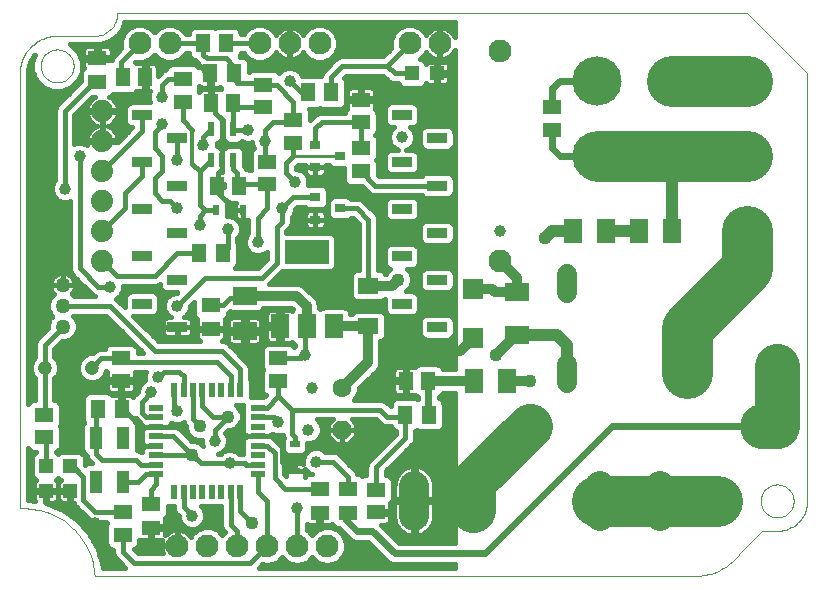
<source format=gtl>
G75*
G70*
%OFA0B0*%
%FSLAX24Y24*%
%IPPOS*%
%LPD*%
%AMOC8*
5,1,8,0,0,1.08239X$1,22.5*
%
%ADD10C,0.0000*%
%ADD11R,0.0630X0.0512*%
%ADD12R,0.0433X0.0748*%
%ADD13R,0.0512X0.0630*%
%ADD14R,0.0500X0.0220*%
%ADD15R,0.0220X0.0500*%
%ADD16R,0.0669X0.0335*%
%ADD17R,0.0472X0.0472*%
%ADD18C,0.0394*%
%ADD19C,0.0760*%
%ADD20R,0.0354X0.0315*%
%ADD21C,0.0500*%
%ADD22R,0.0590X0.0790*%
%ADD23R,0.1500X0.0790*%
%ADD24C,0.0475*%
%ADD25C,0.0740*%
%ADD26OC8,0.0630*%
%ADD27C,0.0630*%
%ADD28C,0.0650*%
%ADD29R,0.0236X0.0472*%
%ADD30C,0.0660*%
%ADD31C,0.1640*%
%ADD32R,0.0630X0.0787*%
%ADD33C,0.1000*%
%ADD34R,0.0327X0.0248*%
%ADD35R,0.0248X0.0327*%
%ADD36R,0.0787X0.0591*%
%ADD37R,0.0669X0.0709*%
%ADD38R,0.0827X0.0591*%
%ADD39R,0.0709X0.0551*%
%ADD40C,0.0160*%
%ADD41C,0.0240*%
%ADD42C,0.0436*%
%ADD43C,0.0397*%
%ADD44C,0.0100*%
%ADD45C,0.0320*%
%ADD46C,0.0120*%
%ADD47C,0.0400*%
%ADD48C,0.1700*%
%ADD49C,0.1500*%
D10*
X000683Y002681D02*
X000796Y002684D01*
X000909Y002682D01*
X001022Y002674D01*
X001135Y002661D01*
X001246Y002643D01*
X001357Y002620D01*
X001467Y002591D01*
X001575Y002557D01*
X001681Y002518D01*
X001785Y002474D01*
X001887Y002425D01*
X001987Y002371D01*
X002084Y002313D01*
X002178Y002250D01*
X002269Y002183D01*
X002356Y002111D01*
X002440Y002035D01*
X002521Y001956D01*
X002597Y001872D01*
X002670Y001785D01*
X002738Y001695D01*
X002802Y001602D01*
X002861Y001505D01*
X002916Y001406D01*
X002966Y001305D01*
X003011Y001201D01*
X003051Y001095D01*
X003086Y000987D01*
X003116Y000878D01*
X003141Y000768D01*
X003160Y000656D01*
X003174Y000544D01*
X003183Y000431D01*
X023183Y000431D01*
X024683Y001181D02*
X025433Y001931D01*
X025933Y001931D01*
X025993Y001933D01*
X026054Y001938D01*
X026113Y001947D01*
X026172Y001960D01*
X026231Y001976D01*
X026288Y001996D01*
X026343Y002019D01*
X026398Y002046D01*
X026450Y002075D01*
X026501Y002108D01*
X026550Y002144D01*
X026596Y002182D01*
X026640Y002224D01*
X026682Y002268D01*
X026720Y002314D01*
X026756Y002363D01*
X026789Y002414D01*
X026818Y002466D01*
X026845Y002521D01*
X026868Y002576D01*
X026888Y002633D01*
X026904Y002692D01*
X026917Y002751D01*
X026926Y002810D01*
X026931Y002871D01*
X026933Y002931D01*
X026933Y017181D01*
X024933Y019181D01*
X003933Y019181D01*
X003931Y019127D01*
X003925Y019074D01*
X003916Y019022D01*
X003903Y018970D01*
X003886Y018919D01*
X003865Y018869D01*
X003841Y018822D01*
X003814Y018776D01*
X003783Y018732D01*
X003750Y018690D01*
X003713Y018651D01*
X003674Y018614D01*
X003632Y018581D01*
X003588Y018550D01*
X003542Y018523D01*
X003495Y018499D01*
X003445Y018478D01*
X003394Y018461D01*
X003342Y018448D01*
X003290Y018439D01*
X003237Y018433D01*
X003183Y018431D01*
X001933Y018431D01*
X001382Y017431D02*
X001384Y017478D01*
X001390Y017524D01*
X001400Y017570D01*
X001413Y017615D01*
X001431Y017658D01*
X001452Y017700D01*
X001476Y017740D01*
X001504Y017777D01*
X001535Y017812D01*
X001569Y017845D01*
X001605Y017874D01*
X001644Y017900D01*
X001685Y017923D01*
X001728Y017942D01*
X001772Y017958D01*
X001817Y017970D01*
X001863Y017978D01*
X001910Y017982D01*
X001956Y017982D01*
X002003Y017978D01*
X002049Y017970D01*
X002094Y017958D01*
X002138Y017942D01*
X002181Y017923D01*
X002222Y017900D01*
X002261Y017874D01*
X002297Y017845D01*
X002331Y017812D01*
X002362Y017777D01*
X002390Y017740D01*
X002414Y017700D01*
X002435Y017658D01*
X002453Y017615D01*
X002466Y017570D01*
X002476Y017524D01*
X002482Y017478D01*
X002484Y017431D01*
X002482Y017384D01*
X002476Y017338D01*
X002466Y017292D01*
X002453Y017247D01*
X002435Y017204D01*
X002414Y017162D01*
X002390Y017122D01*
X002362Y017085D01*
X002331Y017050D01*
X002297Y017017D01*
X002261Y016988D01*
X002222Y016962D01*
X002181Y016939D01*
X002138Y016920D01*
X002094Y016904D01*
X002049Y016892D01*
X002003Y016884D01*
X001956Y016880D01*
X001910Y016880D01*
X001863Y016884D01*
X001817Y016892D01*
X001772Y016904D01*
X001728Y016920D01*
X001685Y016939D01*
X001644Y016962D01*
X001605Y016988D01*
X001569Y017017D01*
X001535Y017050D01*
X001504Y017085D01*
X001476Y017122D01*
X001452Y017162D01*
X001431Y017204D01*
X001413Y017247D01*
X001400Y017292D01*
X001390Y017338D01*
X001384Y017384D01*
X001382Y017431D01*
X000683Y017181D02*
X000685Y017249D01*
X000690Y017316D01*
X000699Y017383D01*
X000712Y017450D01*
X000729Y017515D01*
X000748Y017580D01*
X000772Y017644D01*
X000799Y017706D01*
X000829Y017767D01*
X000862Y017825D01*
X000898Y017882D01*
X000938Y017937D01*
X000980Y017990D01*
X001026Y018041D01*
X001073Y018088D01*
X001124Y018134D01*
X001177Y018176D01*
X001232Y018216D01*
X001289Y018252D01*
X001347Y018285D01*
X001408Y018315D01*
X001470Y018342D01*
X001534Y018366D01*
X001599Y018385D01*
X001664Y018402D01*
X001731Y018415D01*
X001798Y018424D01*
X001865Y018429D01*
X001933Y018431D01*
X000683Y017181D02*
X000683Y002681D01*
X023183Y000431D02*
X023274Y000433D01*
X023366Y000440D01*
X023457Y000451D01*
X023547Y000467D01*
X023636Y000487D01*
X023724Y000511D01*
X023811Y000539D01*
X023897Y000572D01*
X023980Y000609D01*
X024062Y000650D01*
X024142Y000695D01*
X024219Y000743D01*
X024294Y000796D01*
X024367Y000852D01*
X024436Y000911D01*
X024503Y000974D01*
X024566Y001040D01*
X024626Y001109D01*
X024683Y001181D01*
X025933Y001931D02*
X025993Y001933D01*
X026054Y001938D01*
X026113Y001947D01*
X026172Y001960D01*
X026231Y001976D01*
X026288Y001996D01*
X026343Y002019D01*
X026398Y002046D01*
X026450Y002075D01*
X026501Y002108D01*
X026550Y002144D01*
X026596Y002182D01*
X026640Y002224D01*
X026682Y002268D01*
X026720Y002314D01*
X026756Y002363D01*
X026789Y002414D01*
X026818Y002466D01*
X026845Y002521D01*
X026868Y002576D01*
X026888Y002633D01*
X026904Y002692D01*
X026917Y002751D01*
X026926Y002810D01*
X026931Y002871D01*
X026933Y002931D01*
X025382Y002931D02*
X025384Y002978D01*
X025390Y003024D01*
X025400Y003070D01*
X025413Y003115D01*
X025431Y003158D01*
X025452Y003200D01*
X025476Y003240D01*
X025504Y003277D01*
X025535Y003312D01*
X025569Y003345D01*
X025605Y003374D01*
X025644Y003400D01*
X025685Y003423D01*
X025728Y003442D01*
X025772Y003458D01*
X025817Y003470D01*
X025863Y003478D01*
X025910Y003482D01*
X025956Y003482D01*
X026003Y003478D01*
X026049Y003470D01*
X026094Y003458D01*
X026138Y003442D01*
X026181Y003423D01*
X026222Y003400D01*
X026261Y003374D01*
X026297Y003345D01*
X026331Y003312D01*
X026362Y003277D01*
X026390Y003240D01*
X026414Y003200D01*
X026435Y003158D01*
X026453Y003115D01*
X026466Y003070D01*
X026476Y003024D01*
X026482Y002978D01*
X026484Y002931D01*
X026482Y002884D01*
X026476Y002838D01*
X026466Y002792D01*
X026453Y002747D01*
X026435Y002704D01*
X026414Y002662D01*
X026390Y002622D01*
X026362Y002585D01*
X026331Y002550D01*
X026297Y002517D01*
X026261Y002488D01*
X026222Y002462D01*
X026181Y002439D01*
X026138Y002420D01*
X026094Y002404D01*
X026049Y002392D01*
X026003Y002384D01*
X025956Y002380D01*
X025910Y002380D01*
X025863Y002384D01*
X025817Y002392D01*
X025772Y002404D01*
X025728Y002420D01*
X025685Y002439D01*
X025644Y002462D01*
X025605Y002488D01*
X025569Y002517D01*
X025535Y002550D01*
X025504Y002585D01*
X025476Y002622D01*
X025452Y002662D01*
X025431Y002704D01*
X025413Y002747D01*
X025400Y002792D01*
X025390Y002838D01*
X025384Y002884D01*
X025382Y002931D01*
D11*
X012558Y002557D03*
X012558Y003305D03*
X011621Y003325D03*
X010683Y003325D03*
X010683Y002538D03*
X011621Y002538D03*
X009308Y006932D03*
X009308Y007680D03*
X007058Y008663D03*
X007058Y009450D03*
X004058Y007680D03*
X004058Y006932D03*
X001496Y005805D03*
X001496Y005057D03*
X004121Y002555D03*
X005058Y002825D03*
X005058Y002038D03*
X004121Y001807D03*
X008933Y013495D03*
X008933Y014243D03*
X009808Y014870D03*
X009808Y015618D03*
X008808Y016057D03*
X008808Y016805D03*
X006121Y016993D03*
X006121Y016245D03*
X003273Y016895D03*
X003273Y017683D03*
X012058Y016305D03*
X012058Y015557D03*
X012058Y014700D03*
X012058Y013913D03*
X018433Y015307D03*
X018433Y016055D03*
D12*
X004136Y005035D03*
X003231Y005035D03*
X003231Y003578D03*
X004136Y003578D03*
D13*
X004077Y005994D03*
X003290Y005994D03*
X006665Y011181D03*
X007452Y011181D03*
X007247Y013431D03*
X007995Y013431D03*
X007807Y016181D03*
X007059Y016181D03*
X007040Y017181D03*
X007827Y017181D03*
X007557Y018181D03*
X006809Y018181D03*
X004870Y017056D03*
X004122Y017056D03*
X010309Y016556D03*
X011057Y016556D03*
X013559Y006931D03*
X014307Y006931D03*
X014327Y005806D03*
X013540Y005806D03*
D14*
X008623Y005719D03*
X008623Y006034D03*
X008623Y005404D03*
X008623Y005089D03*
X008623Y004774D03*
X008623Y004459D03*
X008623Y004144D03*
X008623Y003829D03*
X005243Y003829D03*
X005243Y004144D03*
X005243Y004459D03*
X005243Y004774D03*
X005243Y005089D03*
X005243Y005404D03*
X005243Y005719D03*
X005243Y006034D03*
D15*
X005831Y006621D03*
X006146Y006621D03*
X006461Y006621D03*
X006776Y006621D03*
X007091Y006621D03*
X007406Y006621D03*
X007721Y006621D03*
X008036Y006621D03*
X008036Y003241D03*
X007721Y003241D03*
X007406Y003241D03*
X007091Y003241D03*
X006776Y003241D03*
X006461Y003241D03*
X006146Y003241D03*
X005831Y003241D03*
D16*
X005943Y008719D03*
X004762Y009506D03*
X005943Y010294D03*
X004762Y011081D03*
X005943Y011868D03*
X004762Y012656D03*
X005943Y013443D03*
X004762Y014231D03*
X005943Y015018D03*
X004762Y015805D03*
X013424Y015805D03*
X014605Y015018D03*
X013424Y014231D03*
X014605Y013443D03*
X013424Y012656D03*
X014605Y011868D03*
X013424Y011081D03*
X014605Y010294D03*
X013424Y009506D03*
X014605Y008719D03*
D17*
X014597Y017181D03*
X013770Y017181D03*
X002371Y004095D03*
X001558Y004095D03*
X001558Y003268D03*
X002371Y003268D03*
D18*
X010433Y006681D03*
X016683Y011931D03*
X013433Y015056D03*
D19*
X016683Y017931D03*
X014683Y018181D03*
X013683Y018181D03*
X010683Y018181D03*
X009683Y018181D03*
X008683Y018181D03*
X005683Y018181D03*
X004683Y018181D03*
X016683Y010931D03*
X010933Y001431D03*
X009933Y001431D03*
X008933Y001431D03*
X007933Y001431D03*
X006933Y001431D03*
X005933Y001431D03*
D20*
X010540Y012307D03*
X011366Y012681D03*
X010540Y013055D03*
X010540Y014057D03*
X011366Y014431D03*
X010540Y014805D03*
D21*
X002121Y010119D03*
X002121Y009431D03*
X002121Y008744D03*
D22*
X009356Y008754D03*
X010256Y008754D03*
X011156Y008754D03*
D23*
X010246Y011234D03*
D24*
X003096Y007369D03*
X001521Y007369D03*
D25*
X003433Y010931D03*
X003433Y011931D03*
X003433Y012931D03*
X003433Y013931D03*
X003433Y014931D03*
X003433Y015931D03*
D26*
X011433Y005294D03*
D27*
X011433Y006694D03*
D28*
X017359Y005431D02*
X018008Y005431D01*
X025359Y005431D02*
X026008Y005431D01*
D29*
X007807Y014292D03*
X007433Y014292D03*
X007059Y014292D03*
X007059Y015321D03*
X007807Y015321D03*
D30*
X018933Y010511D02*
X018933Y009851D01*
X018933Y007511D02*
X018933Y006851D01*
X022933Y006851D02*
X022933Y007511D01*
X025933Y007511D02*
X025933Y006851D01*
D31*
X023933Y002931D03*
X024933Y011931D03*
X024933Y014431D03*
X022433Y014431D03*
X019933Y014431D03*
X019933Y016931D03*
X022433Y016931D03*
X024933Y016931D03*
D32*
X022422Y011931D03*
X021320Y011931D03*
X020235Y011931D03*
X019132Y011931D03*
X016922Y006931D03*
X015820Y006931D03*
D33*
X015833Y003431D02*
X015833Y002431D01*
X013833Y002431D02*
X013833Y003431D01*
X020033Y003431D02*
X020033Y002431D01*
X022033Y002431D02*
X022033Y003431D01*
D34*
X009871Y003916D03*
X009871Y004822D03*
D35*
X008136Y012619D03*
X007231Y012619D03*
D36*
X008183Y009772D03*
X008183Y008591D03*
D37*
X015808Y008374D03*
X015808Y009989D03*
D38*
X017246Y009890D03*
X017246Y008473D03*
D39*
X012308Y008762D03*
X012308Y010101D03*
D40*
X012308Y012306D01*
X011933Y012681D01*
X011366Y012681D01*
X010949Y012706D02*
X010865Y012706D01*
X010853Y012694D02*
X010920Y012762D01*
X010949Y012832D01*
X010949Y012476D01*
X010986Y012388D01*
X011053Y012320D01*
X011142Y012284D01*
X011591Y012284D01*
X011680Y012320D01*
X011721Y012361D01*
X011801Y012361D01*
X011988Y012174D01*
X011988Y010616D01*
X011906Y010616D01*
X011818Y010580D01*
X011751Y010512D01*
X011714Y010424D01*
X011714Y009777D01*
X011751Y009689D01*
X011818Y009622D01*
X011906Y009585D01*
X012710Y009585D01*
X012799Y009622D01*
X012849Y009672D01*
X012849Y009291D01*
X012885Y009203D01*
X012953Y009135D01*
X013041Y009099D01*
X013806Y009099D01*
X013894Y009135D01*
X013962Y009203D01*
X013998Y009291D01*
X013998Y009721D01*
X013962Y009809D01*
X013894Y009877D01*
X013806Y009914D01*
X013557Y009914D01*
X013568Y009918D01*
X013697Y010047D01*
X013766Y010215D01*
X013766Y010398D01*
X013697Y010566D01*
X013589Y010674D01*
X013806Y010674D01*
X013894Y010710D01*
X013962Y010778D01*
X013998Y010866D01*
X013998Y011296D01*
X013962Y011384D01*
X013894Y011452D01*
X013806Y011488D01*
X013041Y011488D01*
X012953Y011452D01*
X012885Y011384D01*
X012849Y011296D01*
X012849Y010866D01*
X012885Y010778D01*
X012953Y010710D01*
X013032Y010678D01*
X012920Y010566D01*
X012893Y010501D01*
X012871Y010501D01*
X012866Y010512D01*
X012799Y010580D01*
X012710Y010616D01*
X012628Y010616D01*
X012628Y012243D01*
X012628Y012370D01*
X012580Y012488D01*
X012205Y012863D01*
X012115Y012953D01*
X011997Y013001D01*
X011721Y013001D01*
X011680Y013042D01*
X011591Y013079D01*
X011142Y013079D01*
X011053Y013042D01*
X010986Y012975D01*
X010957Y012905D01*
X010957Y013261D01*
X010920Y013349D01*
X010853Y013416D01*
X010765Y013453D01*
X010315Y013453D01*
X010300Y013447D01*
X010309Y013469D01*
X010309Y013644D01*
X010250Y013786D01*
X010264Y013772D01*
X010301Y013751D01*
X010341Y013740D01*
X010539Y013740D01*
X010539Y014057D01*
X010203Y014057D01*
X010203Y013879D01*
X010213Y013838D01*
X010219Y013828D01*
X010119Y013928D01*
X009958Y013995D01*
X009885Y013995D01*
X009878Y014001D01*
X009878Y014049D01*
X009971Y014141D01*
X010203Y014141D01*
X010203Y014058D01*
X010539Y014058D01*
X010539Y014057D01*
X010540Y014057D01*
X010540Y014058D01*
X010877Y014058D01*
X010877Y014141D01*
X010984Y014141D01*
X010986Y014138D01*
X011053Y014070D01*
X011142Y014034D01*
X011503Y014034D01*
X011503Y013609D01*
X011540Y013521D01*
X011607Y013453D01*
X011696Y013417D01*
X012102Y013417D01*
X012347Y013172D01*
X012464Y013123D01*
X012592Y013123D01*
X014083Y013123D01*
X014134Y013072D01*
X014222Y013036D01*
X014987Y013036D01*
X015075Y013072D01*
X015143Y013140D01*
X015179Y013228D01*
X015179Y013658D01*
X015143Y013746D01*
X015075Y013814D01*
X014987Y013851D01*
X014222Y013851D01*
X014134Y013814D01*
X014083Y013763D01*
X012660Y013763D01*
X012613Y013810D01*
X012613Y014216D01*
X012577Y014305D01*
X012575Y014306D01*
X012577Y014308D01*
X012613Y014396D01*
X012613Y015004D01*
X012577Y015092D01*
X012540Y015129D01*
X012577Y015166D01*
X012613Y015254D01*
X012613Y015861D01*
X012577Y015949D01*
X012526Y016000D01*
X012533Y016028D01*
X012533Y016257D01*
X012107Y016257D01*
X012107Y016353D01*
X015183Y016353D01*
X015183Y016511D02*
X012533Y016511D01*
X012533Y016582D02*
X012522Y016623D01*
X012501Y016660D01*
X012472Y016689D01*
X012435Y016710D01*
X012394Y016721D01*
X012106Y016721D01*
X012106Y016354D01*
X012010Y016354D01*
X012010Y016721D01*
X011722Y016721D01*
X011682Y016710D01*
X011645Y016689D01*
X011615Y016660D01*
X011594Y016623D01*
X011583Y016582D01*
X011583Y016353D01*
X012010Y016353D01*
X011553Y016353D01*
X011583Y016257D02*
X011583Y016028D01*
X011591Y016000D01*
X011540Y015949D01*
X011510Y015876D01*
X010682Y015876D01*
X010565Y015828D01*
X010475Y015738D01*
X010363Y015626D01*
X010363Y015922D01*
X010330Y016001D01*
X010613Y016001D01*
X010683Y016031D01*
X010754Y016001D01*
X011361Y016001D01*
X011449Y016038D01*
X011517Y016106D01*
X011553Y016194D01*
X011583Y016194D01*
X011553Y016194D02*
X011553Y016919D01*
X011517Y017007D01*
X011489Y017035D01*
X011566Y017111D01*
X012801Y017111D01*
X013002Y016910D01*
X013120Y016861D01*
X013247Y016861D01*
X013309Y016861D01*
X013330Y016809D01*
X013398Y016742D01*
X013486Y016705D01*
X014054Y016705D01*
X014142Y016742D01*
X014210Y016809D01*
X014228Y016854D01*
X014233Y016847D01*
X014262Y016817D01*
X014299Y016796D01*
X014339Y016785D01*
X014559Y016785D01*
X014559Y017143D01*
X014635Y017143D01*
X014635Y016785D01*
X014854Y016785D01*
X014895Y016796D01*
X014931Y016817D01*
X014961Y016847D01*
X014982Y016883D01*
X014993Y016924D01*
X014993Y017143D01*
X014635Y017143D01*
X014635Y017220D01*
X014559Y017220D01*
X014559Y017578D01*
X014339Y017578D01*
X014299Y017567D01*
X014262Y017546D01*
X014233Y017516D01*
X014228Y017509D01*
X014210Y017554D01*
X014142Y017621D01*
X014054Y017658D01*
X014036Y017658D01*
X014209Y017830D01*
X014232Y017885D01*
X014271Y017830D01*
X014332Y017770D01*
X014400Y017720D01*
X014476Y017681D01*
X014557Y017655D01*
X014641Y017641D01*
X014675Y017641D01*
X014675Y018173D01*
X014692Y018173D01*
X014692Y017641D01*
X014726Y017641D01*
X014810Y017655D01*
X014891Y017681D01*
X014966Y017720D01*
X015035Y017770D01*
X015095Y017830D01*
X015145Y017898D01*
X015183Y017973D01*
X015183Y007331D01*
X014788Y007331D01*
X014767Y007382D01*
X014699Y007450D01*
X014611Y007486D01*
X014004Y007486D01*
X013916Y007450D01*
X013864Y007399D01*
X013836Y007406D01*
X013607Y007406D01*
X013607Y006980D01*
X013511Y006980D01*
X013511Y007406D01*
X013282Y007406D01*
X013242Y007395D01*
X013205Y007374D01*
X013175Y007345D01*
X013154Y007308D01*
X013143Y007267D01*
X013143Y006979D01*
X013511Y006979D01*
X013511Y006883D01*
X013143Y006883D01*
X013143Y006595D01*
X013154Y006555D01*
X013175Y006518D01*
X013205Y006488D01*
X013242Y006467D01*
X013282Y006456D01*
X013511Y006456D01*
X013511Y006883D01*
X013607Y006883D01*
X013607Y006456D01*
X013836Y006456D01*
X013864Y006464D01*
X013916Y006413D01*
X013947Y006400D01*
X013947Y006330D01*
X013935Y006325D01*
X013933Y006323D01*
X013932Y006325D01*
X013843Y006361D01*
X013236Y006361D01*
X013148Y006325D01*
X013080Y006257D01*
X013044Y006169D01*
X013044Y006086D01*
X012977Y006152D01*
X012977Y006153D01*
X012887Y006243D01*
X012770Y006291D01*
X011816Y006291D01*
X011904Y006380D01*
X011988Y006584D01*
X011988Y006683D01*
X012647Y007342D01*
X012708Y007489D01*
X012708Y007649D01*
X012708Y008247D01*
X012710Y008247D01*
X012799Y008283D01*
X012866Y008351D01*
X012903Y008439D01*
X012903Y009085D01*
X012866Y009174D01*
X012799Y009241D01*
X012710Y009278D01*
X011906Y009278D01*
X011818Y009241D01*
X011751Y009174D01*
X011742Y009154D01*
X011691Y009154D01*
X011691Y009197D01*
X011654Y009285D01*
X011587Y009352D01*
X011499Y009389D01*
X010813Y009389D01*
X010725Y009352D01*
X010706Y009333D01*
X010687Y009352D01*
X010656Y009365D01*
X010656Y009501D01*
X010595Y009648D01*
X010132Y010111D01*
X009985Y010172D01*
X009826Y010172D01*
X009001Y010172D01*
X009427Y010598D01*
X009434Y010605D01*
X009448Y010599D01*
X011044Y010599D01*
X011132Y010635D01*
X011199Y010703D01*
X011236Y010791D01*
X011236Y011677D01*
X011199Y011765D01*
X011132Y011832D01*
X011044Y011869D01*
X009566Y011869D01*
X009566Y011924D01*
X009705Y012063D01*
X009753Y012180D01*
X009753Y012308D01*
X009753Y012381D01*
X009805Y012433D01*
X009872Y012594D01*
X009872Y012667D01*
X009940Y012735D01*
X010186Y012735D01*
X010227Y012694D01*
X010315Y012658D01*
X010765Y012658D01*
X010853Y012694D01*
X010815Y012593D02*
X010779Y012614D01*
X010738Y012625D01*
X010540Y012625D01*
X010540Y012308D01*
X010539Y012308D01*
X010539Y012307D01*
X010203Y012307D01*
X010203Y012129D01*
X010213Y012088D01*
X010234Y012052D01*
X010264Y012022D01*
X010301Y012001D01*
X010341Y011990D01*
X010539Y011990D01*
X010539Y012307D01*
X010540Y012307D01*
X010540Y011990D01*
X010738Y011990D01*
X010779Y012001D01*
X010815Y012022D01*
X010845Y012052D01*
X010866Y012088D01*
X010877Y012129D01*
X010877Y012307D01*
X010540Y012307D01*
X010540Y012308D01*
X010877Y012308D01*
X010877Y012486D01*
X010866Y012527D01*
X010845Y012563D01*
X010815Y012593D01*
X010854Y012548D02*
X010949Y012548D01*
X010985Y012389D02*
X010877Y012389D01*
X010877Y012231D02*
X011931Y012231D01*
X011988Y012072D02*
X010857Y012072D01*
X010540Y012072D02*
X010539Y012072D01*
X010539Y012231D02*
X010540Y012231D01*
X010539Y012308D02*
X010203Y012308D01*
X010203Y012486D01*
X010213Y012527D01*
X010234Y012563D01*
X010264Y012593D01*
X010301Y012614D01*
X010341Y012625D01*
X010539Y012625D01*
X010539Y012308D01*
X010539Y012389D02*
X010540Y012389D01*
X010539Y012548D02*
X010540Y012548D01*
X010226Y012548D02*
X009853Y012548D01*
X009911Y012706D02*
X010215Y012706D01*
X010203Y012389D02*
X009761Y012389D01*
X009753Y012231D02*
X010203Y012231D01*
X010223Y012072D02*
X009709Y012072D01*
X009566Y011914D02*
X011988Y011914D01*
X011988Y011755D02*
X011203Y011755D01*
X011236Y011597D02*
X011988Y011597D01*
X011988Y011438D02*
X011236Y011438D01*
X011236Y011279D02*
X011988Y011279D01*
X011988Y011121D02*
X011236Y011121D01*
X011236Y010962D02*
X011988Y010962D01*
X011988Y010804D02*
X011236Y010804D01*
X011142Y010645D02*
X011988Y010645D01*
X011740Y010487D02*
X009316Y010487D01*
X009158Y010328D02*
X011714Y010328D01*
X011714Y010170D02*
X009990Y010170D01*
X010232Y010011D02*
X011714Y010011D01*
X011714Y009853D02*
X010390Y009853D01*
X010549Y009694D02*
X011749Y009694D01*
X011527Y009377D02*
X012849Y009377D01*
X012849Y009535D02*
X010642Y009535D01*
X010656Y009377D02*
X010784Y009377D01*
X010256Y008754D02*
X010246Y008744D01*
X010183Y008556D01*
X010182Y007805D01*
X010057Y007680D01*
X009308Y007680D01*
X009288Y008199D02*
X009040Y008199D01*
X008999Y008210D01*
X008963Y008231D01*
X008933Y008261D01*
X008912Y008297D01*
X008901Y008338D01*
X008901Y008686D01*
X009288Y008686D01*
X009423Y008686D01*
X009423Y008199D01*
X009672Y008199D01*
X009713Y008210D01*
X009749Y008231D01*
X009753Y008234D01*
X009757Y008223D01*
X009825Y008155D01*
X009863Y008140D01*
X009863Y008106D01*
X009828Y008070D01*
X009827Y008072D01*
X009759Y008140D01*
X009671Y008176D01*
X008946Y008176D01*
X008857Y008140D01*
X008790Y008072D01*
X008753Y007984D01*
X008753Y007377D01*
X008783Y007306D01*
X008753Y007236D01*
X008753Y006629D01*
X008790Y006541D01*
X008857Y006473D01*
X008886Y006461D01*
X008808Y006384D01*
X008386Y006384D01*
X008386Y006919D01*
X008356Y006992D01*
X008356Y007265D01*
X008356Y007393D01*
X008307Y007510D01*
X007705Y008113D01*
X007615Y008203D01*
X007497Y008251D01*
X007411Y008251D01*
X007435Y008258D01*
X007472Y008279D01*
X007501Y008309D01*
X007522Y008345D01*
X007533Y008386D01*
X007533Y008615D01*
X007107Y008615D01*
X007107Y008711D01*
X007533Y008711D01*
X007533Y008940D01*
X007522Y008980D01*
X007514Y008995D01*
X007577Y009058D01*
X007613Y009146D01*
X007613Y009171D01*
X007633Y009179D01*
X007706Y009252D01*
X007742Y009237D01*
X008625Y009237D01*
X008713Y009273D01*
X008781Y009341D01*
X008793Y009372D01*
X009740Y009372D01*
X009792Y009320D01*
X009757Y009285D01*
X009753Y009273D01*
X009749Y009277D01*
X009713Y009298D01*
X009672Y009309D01*
X009423Y009309D01*
X009423Y008822D01*
X009288Y008822D01*
X009288Y009309D01*
X009040Y009309D01*
X008999Y009298D01*
X008963Y009277D01*
X008933Y009247D01*
X008912Y009211D01*
X008901Y009170D01*
X008901Y008821D01*
X009288Y008821D01*
X009288Y008686D01*
X009288Y008199D01*
X009288Y008267D02*
X009423Y008267D01*
X009423Y008426D02*
X009288Y008426D01*
X009288Y008584D02*
X009423Y008584D01*
X009288Y008743D02*
X008737Y008743D01*
X008737Y008659D02*
X008737Y008907D01*
X008726Y008948D01*
X008705Y008984D01*
X008675Y009014D01*
X008639Y009035D01*
X008598Y009046D01*
X008251Y009046D01*
X008251Y008659D01*
X008116Y008659D01*
X008116Y009046D01*
X007769Y009046D01*
X007728Y009035D01*
X007691Y009014D01*
X007662Y008984D01*
X007641Y008948D01*
X007630Y008907D01*
X007630Y008659D01*
X008115Y008659D01*
X008115Y008523D01*
X007630Y008523D01*
X007630Y008274D01*
X007641Y008234D01*
X007662Y008197D01*
X007691Y008168D01*
X007728Y008146D01*
X007769Y008136D01*
X008116Y008136D01*
X008116Y008523D01*
X008251Y008523D01*
X008251Y008136D01*
X008598Y008136D01*
X008639Y008146D01*
X008675Y008168D01*
X008705Y008197D01*
X008726Y008234D01*
X008737Y008274D01*
X008737Y008523D01*
X008251Y008523D01*
X008251Y008659D01*
X008737Y008659D01*
X008901Y008584D02*
X008251Y008584D01*
X008115Y008584D02*
X007533Y008584D01*
X007533Y008426D02*
X007630Y008426D01*
X007632Y008267D02*
X007451Y008267D01*
X007705Y008113D02*
X007705Y008113D01*
X007709Y008109D02*
X008826Y008109D01*
X008753Y007950D02*
X007867Y007950D01*
X008026Y007791D02*
X008753Y007791D01*
X008753Y007633D02*
X008184Y007633D01*
X008322Y007474D02*
X008753Y007474D01*
X008779Y007316D02*
X008356Y007316D01*
X008356Y007157D02*
X008753Y007157D01*
X008753Y006999D02*
X008356Y006999D01*
X008386Y006840D02*
X008753Y006840D01*
X008753Y006682D02*
X008386Y006682D01*
X008386Y006523D02*
X008807Y006523D01*
X008913Y006036D02*
X009308Y006431D01*
X009433Y006306D01*
X009769Y005971D01*
X009769Y005159D01*
X009871Y005056D01*
X009871Y004822D01*
X009871Y004822D01*
X010274Y004779D02*
X012829Y004779D01*
X012987Y004938D02*
X011749Y004938D01*
X011630Y004819D02*
X011908Y005097D01*
X011908Y005294D01*
X011908Y005491D01*
X011748Y005651D01*
X012574Y005651D01*
X012662Y005563D01*
X012662Y005563D01*
X012752Y005473D01*
X012870Y005424D01*
X012997Y005424D01*
X013052Y005424D01*
X013080Y005355D01*
X013148Y005288D01*
X013220Y005258D01*
X013220Y005170D01*
X012287Y004238D01*
X012238Y004120D01*
X012238Y003993D01*
X012238Y003801D01*
X012196Y003801D01*
X012107Y003765D01*
X012099Y003757D01*
X012072Y003784D01*
X011984Y003821D01*
X011935Y003821D01*
X011892Y003925D01*
X011302Y004515D01*
X011185Y004564D01*
X011057Y004564D01*
X010858Y004564D01*
X010807Y004616D01*
X010646Y004682D01*
X010471Y004682D01*
X010310Y004616D01*
X010187Y004492D01*
X010120Y004331D01*
X010120Y004175D01*
X010096Y004189D01*
X010055Y004200D01*
X009871Y004200D01*
X009871Y003917D01*
X009871Y003917D01*
X009871Y004200D01*
X009686Y004200D01*
X009646Y004189D01*
X009609Y004168D01*
X009579Y004138D01*
X009558Y004102D01*
X009547Y004061D01*
X009547Y003916D01*
X009547Y003771D01*
X009548Y003769D01*
X009503Y003814D01*
X009503Y004460D01*
X009503Y004563D01*
X009504Y004562D01*
X009571Y004494D01*
X009660Y004458D01*
X010082Y004458D01*
X010170Y004494D01*
X010238Y004562D01*
X010274Y004650D01*
X010274Y004868D01*
X010396Y004868D01*
X010557Y004935D01*
X010680Y005058D01*
X010747Y005219D01*
X010747Y005394D01*
X010680Y005555D01*
X010583Y005651D01*
X011119Y005651D01*
X010958Y005491D01*
X010958Y005294D01*
X011433Y005294D01*
X011433Y005294D01*
X010958Y005294D01*
X010958Y005097D01*
X011237Y004819D01*
X011433Y004819D01*
X011433Y005294D01*
X011434Y005294D01*
X011908Y005294D01*
X011434Y005294D01*
X011434Y005294D01*
X011434Y004819D01*
X011630Y004819D01*
X011434Y004938D02*
X011433Y004938D01*
X011433Y005096D02*
X011434Y005096D01*
X011433Y005255D02*
X011434Y005255D01*
X011118Y004938D02*
X010560Y004938D01*
X010696Y005096D02*
X010959Y005096D01*
X010958Y005255D02*
X010747Y005255D01*
X010739Y005413D02*
X010958Y005413D01*
X011040Y005572D02*
X010663Y005572D01*
X009769Y005971D02*
X012706Y005971D01*
X012933Y005744D01*
X013477Y005744D01*
X013540Y005806D01*
X013540Y005038D01*
X012558Y004056D01*
X012558Y003305D01*
X013113Y003002D02*
X013077Y002914D01*
X013026Y002863D01*
X013033Y002834D01*
X013033Y002605D01*
X012607Y002605D01*
X012607Y002509D01*
X013033Y002509D01*
X013033Y002280D01*
X013022Y002240D01*
X013001Y002203D01*
X012972Y002173D01*
X012935Y002152D01*
X012894Y002141D01*
X012732Y002141D01*
X013332Y001541D01*
X015183Y001541D01*
X015183Y002067D01*
X015093Y002284D01*
X015093Y003579D01*
X015183Y003796D01*
X015183Y006531D01*
X014788Y006531D01*
X014767Y006480D01*
X014699Y006413D01*
X014667Y006400D01*
X014667Y006346D01*
X014719Y006325D01*
X014786Y006257D01*
X014823Y006169D01*
X014823Y005444D01*
X014786Y005355D01*
X014719Y005288D01*
X014631Y005251D01*
X014023Y005251D01*
X013935Y005288D01*
X013933Y005290D01*
X013932Y005288D01*
X013860Y005258D01*
X013860Y005101D01*
X013860Y004974D01*
X013811Y004856D01*
X012878Y003924D01*
X012878Y003801D01*
X012921Y003801D01*
X013009Y003765D01*
X013077Y003697D01*
X013113Y003609D01*
X013113Y003002D01*
X013113Y003035D02*
X013173Y003035D01*
X013173Y002981D02*
X013783Y002981D01*
X013783Y002881D01*
X013883Y002881D01*
X013883Y001772D01*
X013962Y001783D01*
X014046Y001805D01*
X014126Y001838D01*
X014201Y001881D01*
X014269Y001934D01*
X014331Y001995D01*
X014383Y002064D01*
X014427Y002139D01*
X014460Y002219D01*
X014482Y002302D01*
X014493Y002388D01*
X014493Y002881D01*
X013884Y002881D01*
X013884Y002981D01*
X014493Y002981D01*
X014493Y003475D01*
X014482Y003560D01*
X014460Y003644D01*
X014427Y003724D01*
X014383Y003799D01*
X014331Y003867D01*
X014269Y003929D01*
X014201Y003981D01*
X014126Y004025D01*
X014046Y004058D01*
X013962Y004080D01*
X013883Y004090D01*
X013883Y002982D01*
X013783Y002982D01*
X013783Y004090D01*
X013704Y004080D01*
X013621Y004058D01*
X013541Y004025D01*
X013466Y003981D01*
X013397Y003929D01*
X013336Y003867D01*
X013283Y003799D01*
X013240Y003724D01*
X013207Y003644D01*
X013185Y003560D01*
X013173Y003475D01*
X013173Y002981D01*
X013173Y002881D02*
X013173Y002388D01*
X013185Y002302D01*
X013207Y002219D01*
X013240Y002139D01*
X013283Y002064D01*
X013336Y001995D01*
X013397Y001934D01*
X013466Y001881D01*
X013541Y001838D01*
X013621Y001805D01*
X013704Y001783D01*
X013783Y001772D01*
X013783Y002881D01*
X013173Y002881D01*
X013173Y002877D02*
X013040Y002877D01*
X013033Y002718D02*
X013173Y002718D01*
X013173Y002560D02*
X012607Y002560D01*
X013033Y002401D02*
X013173Y002401D01*
X013201Y002242D02*
X013023Y002242D01*
X012790Y002084D02*
X013272Y002084D01*
X013409Y001925D02*
X012948Y001925D01*
X013107Y001767D02*
X015183Y001767D01*
X015183Y001925D02*
X014258Y001925D01*
X014395Y002084D02*
X015176Y002084D01*
X015111Y002242D02*
X014466Y002242D01*
X014493Y002401D02*
X015093Y002401D01*
X015093Y002560D02*
X014493Y002560D01*
X014493Y002718D02*
X015093Y002718D01*
X015093Y002877D02*
X014493Y002877D01*
X014493Y003035D02*
X015093Y003035D01*
X015093Y003194D02*
X014493Y003194D01*
X014493Y003352D02*
X015093Y003352D01*
X015093Y003511D02*
X014489Y003511D01*
X014449Y003669D02*
X015131Y003669D01*
X015183Y003828D02*
X014361Y003828D01*
X014192Y003986D02*
X015183Y003986D01*
X015183Y004145D02*
X013100Y004145D01*
X013258Y004304D02*
X015183Y004304D01*
X015183Y004462D02*
X013417Y004462D01*
X013575Y004621D02*
X015183Y004621D01*
X015183Y004779D02*
X013734Y004779D01*
X013845Y004938D02*
X015183Y004938D01*
X015183Y005096D02*
X013860Y005096D01*
X013860Y005255D02*
X014015Y005255D01*
X014639Y005255D02*
X015183Y005255D01*
X015183Y005413D02*
X014810Y005413D01*
X014823Y005572D02*
X015183Y005572D01*
X015183Y005730D02*
X014823Y005730D01*
X014823Y005889D02*
X015183Y005889D01*
X015183Y006048D02*
X014823Y006048D01*
X014808Y006206D02*
X015183Y006206D01*
X015183Y006365D02*
X014667Y006365D01*
X014784Y006523D02*
X015183Y006523D01*
X013947Y006365D02*
X011889Y006365D01*
X011963Y006523D02*
X013173Y006523D01*
X013143Y006682D02*
X011988Y006682D01*
X012145Y006840D02*
X013143Y006840D01*
X013143Y006999D02*
X012304Y006999D01*
X012462Y007157D02*
X013143Y007157D01*
X013159Y007316D02*
X012621Y007316D01*
X012702Y007474D02*
X013975Y007474D01*
X013607Y007316D02*
X013511Y007316D01*
X013511Y007157D02*
X013607Y007157D01*
X013607Y006999D02*
X013511Y006999D01*
X013511Y006840D02*
X013607Y006840D01*
X013607Y006682D02*
X013511Y006682D01*
X013511Y006523D02*
X013607Y006523D01*
X013059Y006206D02*
X012924Y006206D01*
X012653Y005572D02*
X011827Y005572D01*
X011908Y005413D02*
X013056Y005413D01*
X012870Y005424D02*
X012870Y005424D01*
X013220Y005255D02*
X011908Y005255D01*
X011907Y005096D02*
X013146Y005096D01*
X012670Y004621D02*
X010794Y004621D01*
X010558Y004244D02*
X011121Y004244D01*
X011621Y003744D01*
X011621Y003325D01*
X011558Y003388D01*
X011621Y003325D02*
X011621Y003325D01*
X011932Y003828D02*
X012238Y003828D01*
X012238Y003986D02*
X011831Y003986D01*
X011672Y004145D02*
X012249Y004145D01*
X012353Y004304D02*
X011514Y004304D01*
X011355Y004462D02*
X012511Y004462D01*
X012941Y003986D02*
X013475Y003986D01*
X013306Y003828D02*
X012878Y003828D01*
X013088Y003669D02*
X013218Y003669D01*
X013178Y003511D02*
X013113Y003511D01*
X013113Y003352D02*
X013173Y003352D01*
X013173Y003194D02*
X013113Y003194D01*
X013783Y003194D02*
X013883Y003194D01*
X013883Y003352D02*
X013783Y003352D01*
X013783Y003511D02*
X013883Y003511D01*
X013883Y003669D02*
X013783Y003669D01*
X013783Y003828D02*
X013883Y003828D01*
X013883Y003986D02*
X013783Y003986D01*
X013783Y003035D02*
X013883Y003035D01*
X013883Y002877D02*
X013783Y002877D01*
X013783Y002718D02*
X013883Y002718D01*
X013883Y002560D02*
X013783Y002560D01*
X013783Y002401D02*
X013883Y002401D01*
X013883Y002242D02*
X013783Y002242D01*
X013783Y002084D02*
X013883Y002084D01*
X013883Y001925D02*
X013783Y001925D01*
X013266Y001608D02*
X015183Y001608D01*
X015183Y000821D02*
X013255Y000821D01*
X013112Y000821D01*
X012979Y000876D01*
X012284Y001571D01*
X011862Y001571D01*
X011729Y001626D01*
X011628Y001727D01*
X011314Y002042D01*
X011258Y002042D01*
X011170Y002078D01*
X011102Y002146D01*
X011098Y002156D01*
X011097Y002154D01*
X011060Y002133D01*
X011019Y002122D01*
X010731Y002122D01*
X010731Y002489D01*
X010635Y002489D01*
X010635Y002122D01*
X010347Y002122D01*
X010307Y002133D01*
X010270Y002154D01*
X010253Y002171D01*
X010253Y001970D01*
X010285Y001957D01*
X010433Y001808D01*
X010582Y001957D01*
X010810Y002051D01*
X011057Y002051D01*
X011285Y001957D01*
X011459Y001783D01*
X011553Y001555D01*
X011553Y001308D01*
X011459Y001080D01*
X011285Y000906D01*
X011057Y000811D01*
X010810Y000811D01*
X010582Y000906D01*
X010433Y001055D01*
X010285Y000906D01*
X010057Y000811D01*
X009810Y000811D01*
X009582Y000906D01*
X009433Y001055D01*
X009285Y000906D01*
X009057Y000811D01*
X008810Y000811D01*
X008779Y000824D01*
X008666Y000711D01*
X015183Y000711D01*
X015183Y000821D01*
X015183Y000816D02*
X011067Y000816D01*
X010800Y000816D02*
X010067Y000816D01*
X009800Y000816D02*
X009067Y000816D01*
X008800Y000816D02*
X008770Y000816D01*
X008371Y000869D02*
X008933Y001431D01*
X008933Y002931D01*
X008623Y003241D01*
X008623Y003829D01*
X008623Y004144D02*
X008221Y004144D01*
X008183Y004181D01*
X007683Y004181D01*
X006711Y004181D01*
X006433Y004459D01*
X005243Y004459D01*
X005243Y004144D02*
X004721Y004144D01*
X004558Y004306D01*
X003433Y004306D01*
X003231Y004509D01*
X003231Y005035D01*
X003231Y005872D01*
X003290Y005994D01*
X003231Y006022D01*
X002794Y006048D02*
X002051Y006048D01*
X002051Y006109D02*
X002014Y006197D01*
X001947Y006265D01*
X001859Y006301D01*
X001841Y006301D01*
X001841Y007014D01*
X001926Y007098D01*
X001998Y007274D01*
X001998Y007464D01*
X001926Y007639D01*
X001841Y007724D01*
X001841Y008011D01*
X002083Y008254D01*
X002218Y008254D01*
X002398Y008329D01*
X002536Y008466D01*
X002611Y008646D01*
X002611Y008841D01*
X002536Y009021D01*
X002470Y009088D01*
X002494Y009111D01*
X003551Y009111D01*
X004786Y007876D01*
X004613Y007876D01*
X004613Y007984D01*
X004577Y008072D01*
X004509Y008140D01*
X004421Y008176D01*
X003696Y008176D01*
X003607Y008140D01*
X003540Y008072D01*
X003510Y008000D01*
X003471Y008000D01*
X003344Y008000D01*
X003226Y007952D01*
X003121Y007846D01*
X003001Y007846D01*
X002825Y007774D01*
X002691Y007639D01*
X002618Y007464D01*
X002618Y007274D01*
X002691Y007098D01*
X002825Y006964D01*
X003001Y006891D01*
X003191Y006891D01*
X003366Y006964D01*
X003501Y007098D01*
X003568Y007261D01*
X003591Y007238D01*
X003583Y007209D01*
X003583Y006980D01*
X004010Y006980D01*
X004010Y006884D01*
X004106Y006884D01*
X004106Y006516D01*
X004394Y006516D01*
X004435Y006527D01*
X004472Y006548D01*
X004501Y006578D01*
X004522Y006615D01*
X004533Y006655D01*
X004533Y006884D01*
X004107Y006884D01*
X004107Y006980D01*
X004533Y006980D01*
X004533Y007209D01*
X004526Y007236D01*
X004908Y007236D01*
X004870Y007144D01*
X004870Y006969D01*
X004876Y006955D01*
X004810Y006928D01*
X004687Y006805D01*
X004620Y006644D01*
X004620Y006571D01*
X004475Y006425D01*
X004465Y006401D01*
X004461Y006407D01*
X004431Y006437D01*
X004395Y006458D01*
X004354Y006469D01*
X004125Y006469D01*
X004125Y006042D01*
X004029Y006042D01*
X004029Y006469D01*
X003800Y006469D01*
X003759Y006458D01*
X003745Y006449D01*
X003682Y006512D01*
X003593Y006549D01*
X002986Y006549D01*
X002898Y006512D01*
X002830Y006445D01*
X002794Y006357D01*
X002794Y005631D01*
X002824Y005558D01*
X002811Y005545D01*
X002774Y005456D01*
X002774Y004613D01*
X002811Y004525D01*
X002878Y004457D01*
X002911Y004444D01*
X002959Y004328D01*
X003095Y004192D01*
X002966Y004192D01*
X002878Y004156D01*
X002864Y004141D01*
X002847Y004158D01*
X002847Y004379D01*
X002811Y004467D01*
X002743Y004534D01*
X002655Y004571D01*
X002087Y004571D01*
X001999Y004534D01*
X001965Y004500D01*
X001931Y004534D01*
X001878Y004556D01*
X001878Y004570D01*
X001947Y004598D01*
X002014Y004666D01*
X002051Y004754D01*
X002051Y005361D01*
X002022Y005431D01*
X002051Y005502D01*
X002051Y006109D01*
X002005Y006206D02*
X002794Y006206D01*
X002797Y006365D02*
X001841Y006365D01*
X001841Y006523D02*
X002924Y006523D01*
X002791Y006999D02*
X001841Y006999D01*
X001841Y006840D02*
X003583Y006840D01*
X003583Y006884D02*
X003583Y006655D01*
X003594Y006615D01*
X003615Y006578D01*
X003645Y006548D01*
X003682Y006527D01*
X003722Y006516D01*
X004010Y006516D01*
X004010Y006884D01*
X003583Y006884D01*
X003583Y006999D02*
X003401Y006999D01*
X003525Y007157D02*
X003583Y007157D01*
X003583Y006682D02*
X001841Y006682D01*
X001950Y007157D02*
X002667Y007157D01*
X002618Y007316D02*
X001998Y007316D01*
X001994Y007474D02*
X002623Y007474D01*
X002688Y007633D02*
X001928Y007633D01*
X001841Y007791D02*
X002868Y007791D01*
X003224Y007950D02*
X001841Y007950D01*
X001938Y008109D02*
X003576Y008109D01*
X003407Y007680D02*
X003096Y007369D01*
X003407Y007680D02*
X004058Y007680D01*
X004059Y007556D01*
X007246Y007556D01*
X007721Y007081D01*
X007721Y006621D01*
X008036Y006621D02*
X008036Y007329D01*
X007433Y007931D01*
X005183Y007931D01*
X003683Y009431D01*
X002121Y009431D01*
X001679Y009218D02*
X000963Y009218D01*
X000963Y009060D02*
X001744Y009060D01*
X001772Y009088D02*
X001706Y009021D01*
X001631Y008841D01*
X001631Y008706D01*
X001250Y008325D01*
X001201Y008208D01*
X001201Y008080D01*
X001201Y007724D01*
X001116Y007639D01*
X001044Y007464D01*
X001044Y007274D01*
X001116Y007098D01*
X001201Y007014D01*
X001201Y006301D01*
X001133Y006301D01*
X001045Y006265D01*
X000977Y006197D01*
X000963Y006163D01*
X000963Y017181D01*
X000972Y017308D01*
X001037Y017553D01*
X001164Y017772D01*
X001183Y017791D01*
X001102Y017597D01*
X001102Y017266D01*
X001229Y016961D01*
X001463Y016727D01*
X001768Y016600D01*
X002099Y016600D01*
X002404Y016727D01*
X002638Y016961D01*
X002718Y017155D01*
X002718Y016919D01*
X002002Y016203D01*
X001912Y016113D01*
X001863Y015995D01*
X001863Y013638D01*
X001812Y013586D01*
X001745Y013425D01*
X001745Y013250D01*
X001812Y013089D01*
X001935Y012966D01*
X002096Y012899D01*
X002271Y012899D01*
X002363Y012938D01*
X002363Y010618D01*
X002412Y010500D01*
X002502Y010410D01*
X003127Y009785D01*
X003209Y009751D01*
X002494Y009751D01*
X002414Y009832D01*
X002434Y009852D01*
X002472Y009904D01*
X002501Y009961D01*
X002521Y010023D01*
X002531Y010087D01*
X002531Y010119D01*
X002531Y010151D01*
X002521Y010215D01*
X002501Y010276D01*
X002472Y010334D01*
X002434Y010386D01*
X002388Y010432D01*
X002336Y010470D01*
X002278Y010499D01*
X002217Y010519D01*
X002153Y010529D01*
X002121Y010529D01*
X002121Y010119D01*
X002121Y010119D01*
X002531Y010119D01*
X002121Y010119D01*
X002121Y010119D01*
X002121Y010529D01*
X002089Y010529D01*
X002025Y010519D01*
X001964Y010499D01*
X001906Y010470D01*
X001854Y010432D01*
X001808Y010386D01*
X001770Y010334D01*
X001741Y010276D01*
X001721Y010215D01*
X001711Y010151D01*
X001711Y010119D01*
X002120Y010119D01*
X002120Y010119D01*
X001711Y010119D01*
X001711Y010087D01*
X001721Y010023D01*
X001741Y009961D01*
X001770Y009904D01*
X001808Y009852D01*
X001828Y009832D01*
X001706Y009709D01*
X001631Y009529D01*
X001631Y009334D01*
X001706Y009154D01*
X001772Y009088D01*
X001656Y008901D02*
X000963Y008901D01*
X000963Y008743D02*
X001631Y008743D01*
X001509Y008584D02*
X000963Y008584D01*
X000963Y008426D02*
X001350Y008426D01*
X001226Y008267D02*
X000963Y008267D01*
X000963Y008109D02*
X001201Y008109D01*
X001201Y007950D02*
X000963Y007950D01*
X000963Y007791D02*
X001201Y007791D01*
X001114Y007633D02*
X000963Y007633D01*
X000963Y007474D02*
X001048Y007474D01*
X001044Y007316D02*
X000963Y007316D01*
X000963Y007157D02*
X001092Y007157D01*
X001201Y006999D02*
X000963Y006999D01*
X000963Y006840D02*
X001201Y006840D01*
X001201Y006682D02*
X000963Y006682D01*
X000963Y006523D02*
X001201Y006523D01*
X001201Y006365D02*
X000963Y006365D01*
X000963Y006206D02*
X000986Y006206D01*
X001496Y005805D02*
X001521Y005831D01*
X001521Y007369D01*
X001521Y008144D01*
X002121Y008744D01*
X002611Y008743D02*
X003919Y008743D01*
X003761Y008901D02*
X002586Y008901D01*
X002498Y009060D02*
X003602Y009060D01*
X004032Y009535D02*
X004187Y009535D01*
X004187Y009380D02*
X003897Y009670D01*
X003932Y009685D01*
X004055Y009808D01*
X004122Y009969D01*
X004122Y010111D01*
X005120Y010111D01*
X005247Y010111D01*
X005365Y010160D01*
X005369Y010164D01*
X005369Y010079D01*
X005405Y009990D01*
X005473Y009923D01*
X005561Y009886D01*
X005936Y009886D01*
X005919Y009870D01*
X005846Y009870D01*
X005685Y009803D01*
X005562Y009680D01*
X005495Y009519D01*
X005495Y009344D01*
X005562Y009183D01*
X005685Y009060D01*
X004507Y009060D01*
X004468Y009099D02*
X005144Y009099D01*
X005233Y009135D01*
X005300Y009203D01*
X005337Y009291D01*
X005337Y009721D01*
X005300Y009809D01*
X005233Y009877D01*
X005144Y009914D01*
X004380Y009914D01*
X004291Y009877D01*
X004224Y009809D01*
X004187Y009721D01*
X004187Y009380D01*
X004468Y009099D02*
X005316Y008251D01*
X006705Y008251D01*
X006682Y008258D01*
X006645Y008279D01*
X006615Y008309D01*
X006594Y008345D01*
X006583Y008386D01*
X006583Y008615D01*
X007010Y008615D01*
X007010Y008711D01*
X006583Y008711D01*
X006583Y008940D01*
X006594Y008980D01*
X006603Y008995D01*
X006540Y009058D01*
X006503Y009146D01*
X006503Y009549D01*
X006372Y009417D01*
X006372Y009344D01*
X006305Y009183D01*
X006182Y009060D01*
X006539Y009060D01*
X006406Y008984D02*
X006376Y009014D01*
X006340Y009035D01*
X006299Y009046D01*
X006149Y009046D01*
X006182Y009060D01*
X006320Y009218D02*
X006503Y009218D01*
X006503Y009377D02*
X006372Y009377D01*
X006490Y009535D02*
X006503Y009535D01*
X007058Y009450D02*
X007452Y009450D01*
X007683Y009681D01*
X008093Y009681D01*
X008183Y009772D01*
X007673Y009218D02*
X008916Y009218D01*
X008901Y009060D02*
X007577Y009060D01*
X007533Y008901D02*
X007630Y008901D01*
X007630Y008743D02*
X007533Y008743D01*
X008116Y008743D02*
X008251Y008743D01*
X008251Y008901D02*
X008116Y008901D01*
X008116Y008426D02*
X008251Y008426D01*
X008251Y008267D02*
X008116Y008267D01*
X008735Y008267D02*
X008929Y008267D01*
X008901Y008426D02*
X008737Y008426D01*
X008737Y008901D02*
X008901Y008901D01*
X009288Y008901D02*
X009423Y008901D01*
X009423Y009060D02*
X009288Y009060D01*
X009288Y009218D02*
X009423Y009218D01*
X008746Y010369D02*
X009246Y010869D01*
X009246Y012056D01*
X009433Y012244D01*
X009433Y012681D01*
X009807Y013055D01*
X010540Y013055D01*
X010957Y013023D02*
X011034Y013023D01*
X010957Y013182D02*
X012337Y013182D01*
X012178Y013341D02*
X010924Y013341D01*
X010779Y013751D02*
X010815Y013772D01*
X010845Y013802D01*
X010866Y013838D01*
X010877Y013879D01*
X010877Y014057D01*
X010540Y014057D01*
X010540Y013740D01*
X010738Y013740D01*
X010779Y013751D01*
X010853Y013816D02*
X011503Y013816D01*
X011503Y013658D02*
X010303Y013658D01*
X010309Y013499D02*
X011562Y013499D01*
X011698Y013023D02*
X012950Y013023D01*
X012953Y013027D02*
X012885Y012959D01*
X012849Y012871D01*
X012849Y012441D01*
X012885Y012353D01*
X012953Y012285D01*
X013041Y012249D01*
X013806Y012249D01*
X013894Y012285D01*
X013962Y012353D01*
X013998Y012441D01*
X013998Y012871D01*
X013962Y012959D01*
X013894Y013027D01*
X013806Y013063D01*
X013041Y013063D01*
X012953Y013027D01*
X012849Y012865D02*
X012202Y012865D01*
X012361Y012706D02*
X012849Y012706D01*
X012849Y012548D02*
X012520Y012548D01*
X012620Y012389D02*
X012870Y012389D01*
X012628Y012231D02*
X014126Y012231D01*
X014134Y012239D02*
X014067Y012172D01*
X014030Y012083D01*
X014030Y011653D01*
X014067Y011565D01*
X014134Y011498D01*
X014222Y011461D01*
X014987Y011461D01*
X015075Y011498D01*
X015143Y011565D01*
X015179Y011653D01*
X015179Y012083D01*
X015143Y012172D01*
X015075Y012239D01*
X014987Y012276D01*
X014222Y012276D01*
X014134Y012239D01*
X014030Y012072D02*
X012628Y012072D01*
X012628Y011914D02*
X014030Y011914D01*
X014030Y011755D02*
X012628Y011755D01*
X012628Y011597D02*
X014054Y011597D01*
X013908Y011438D02*
X015183Y011438D01*
X015183Y011279D02*
X013998Y011279D01*
X013998Y011121D02*
X015183Y011121D01*
X015183Y010962D02*
X013998Y010962D01*
X013972Y010804D02*
X015183Y010804D01*
X015183Y010645D02*
X015094Y010645D01*
X015075Y010664D02*
X014987Y010701D01*
X014222Y010701D01*
X014134Y010664D01*
X014067Y010597D01*
X014030Y010509D01*
X014030Y010079D01*
X014067Y009990D01*
X014134Y009923D01*
X014222Y009886D01*
X014987Y009886D01*
X015075Y009923D01*
X015143Y009990D01*
X015179Y010079D01*
X015179Y010509D01*
X015143Y010597D01*
X015075Y010664D01*
X015179Y010487D02*
X015183Y010487D01*
X015179Y010328D02*
X015183Y010328D01*
X015179Y010170D02*
X015183Y010170D01*
X015183Y010011D02*
X015151Y010011D01*
X015183Y009853D02*
X013919Y009853D01*
X013998Y009694D02*
X015183Y009694D01*
X015183Y009535D02*
X013998Y009535D01*
X013998Y009377D02*
X015183Y009377D01*
X015183Y009218D02*
X013968Y009218D01*
X014104Y009060D02*
X012903Y009060D01*
X012903Y008901D02*
X014030Y008901D01*
X014030Y008934D02*
X014030Y008504D01*
X014067Y008416D01*
X014134Y008348D01*
X014222Y008311D01*
X014987Y008311D01*
X015075Y008348D01*
X015143Y008416D01*
X015179Y008504D01*
X015179Y008934D01*
X015143Y009022D01*
X015075Y009090D01*
X014987Y009126D01*
X014222Y009126D01*
X014134Y009090D01*
X014067Y009022D01*
X014030Y008934D01*
X014030Y008743D02*
X012903Y008743D01*
X012903Y008584D02*
X014030Y008584D01*
X014062Y008426D02*
X012897Y008426D01*
X012760Y008267D02*
X015183Y008267D01*
X015183Y008109D02*
X012708Y008109D01*
X012708Y007950D02*
X015183Y007950D01*
X015183Y007791D02*
X012708Y007791D01*
X012708Y007633D02*
X015183Y007633D01*
X015183Y007474D02*
X014640Y007474D01*
X015147Y008426D02*
X015183Y008426D01*
X015179Y008584D02*
X015183Y008584D01*
X015179Y008743D02*
X015183Y008743D01*
X015179Y008901D02*
X015183Y008901D01*
X015183Y009060D02*
X015105Y009060D01*
X015808Y008374D02*
X015808Y008306D01*
X015746Y008244D01*
X015907Y009890D02*
X015808Y009989D01*
X014058Y010011D02*
X013661Y010011D01*
X013748Y010170D02*
X014030Y010170D01*
X014030Y010328D02*
X013766Y010328D01*
X013730Y010487D02*
X014030Y010487D01*
X014115Y010645D02*
X013617Y010645D01*
X012999Y010645D02*
X012628Y010645D01*
X012628Y010804D02*
X012875Y010804D01*
X012849Y010962D02*
X012628Y010962D01*
X012628Y011121D02*
X012849Y011121D01*
X012849Y011279D02*
X012628Y011279D01*
X012628Y011438D02*
X012939Y011438D01*
X013977Y012389D02*
X015183Y012389D01*
X015183Y012231D02*
X015084Y012231D01*
X015179Y012072D02*
X015183Y012072D01*
X015179Y011914D02*
X015183Y011914D01*
X015179Y011755D02*
X015183Y011755D01*
X015183Y011597D02*
X015156Y011597D01*
X015183Y012548D02*
X013998Y012548D01*
X013998Y012706D02*
X015183Y012706D01*
X015183Y012865D02*
X013998Y012865D01*
X013897Y013023D02*
X015183Y013023D01*
X015183Y013182D02*
X015160Y013182D01*
X015179Y013341D02*
X015183Y013341D01*
X015179Y013499D02*
X015183Y013499D01*
X015179Y013658D02*
X015183Y013658D01*
X015183Y013816D02*
X015070Y013816D01*
X015183Y013975D02*
X013981Y013975D01*
X013998Y014016D02*
X013998Y014446D01*
X013962Y014534D01*
X013894Y014601D01*
X013806Y014638D01*
X013564Y014638D01*
X013681Y014686D01*
X013804Y014809D01*
X013870Y014969D01*
X013870Y015143D01*
X013804Y015304D01*
X013709Y015398D01*
X013806Y015398D01*
X013894Y015435D01*
X013962Y015502D01*
X013998Y015590D01*
X013998Y016020D01*
X013962Y016109D01*
X013894Y016176D01*
X013806Y016213D01*
X013041Y016213D01*
X012953Y016176D01*
X012885Y016109D01*
X012849Y016020D01*
X012849Y015590D01*
X012885Y015502D01*
X012953Y015435D01*
X013041Y015398D01*
X013157Y015398D01*
X013063Y015304D01*
X012997Y015143D01*
X012997Y014969D01*
X013063Y014809D01*
X013186Y014686D01*
X013302Y014638D01*
X013041Y014638D01*
X012953Y014601D01*
X012885Y014534D01*
X012849Y014446D01*
X012849Y014016D01*
X012885Y013927D01*
X012953Y013860D01*
X013041Y013823D01*
X013806Y013823D01*
X013894Y013860D01*
X013962Y013927D01*
X013998Y014016D01*
X013998Y014133D02*
X015183Y014133D01*
X015183Y014292D02*
X013998Y014292D01*
X013996Y014450D02*
X015183Y014450D01*
X015183Y014609D02*
X013876Y014609D01*
X013762Y014767D02*
X014045Y014767D01*
X014030Y014803D02*
X014067Y014715D01*
X014134Y014647D01*
X014222Y014611D01*
X014987Y014611D01*
X015075Y014647D01*
X015143Y014715D01*
X015179Y014803D01*
X015179Y015233D01*
X015143Y015321D01*
X015075Y015389D01*
X014987Y015425D01*
X014222Y015425D01*
X014134Y015389D01*
X014067Y015321D01*
X014030Y015233D01*
X014030Y014803D01*
X014030Y014926D02*
X013852Y014926D01*
X013870Y015084D02*
X014030Y015084D01*
X014034Y015243D02*
X013829Y015243D01*
X013814Y015402D02*
X014165Y015402D01*
X013986Y015560D02*
X015183Y015560D01*
X015183Y015402D02*
X015044Y015402D01*
X015175Y015243D02*
X015183Y015243D01*
X015179Y015084D02*
X015183Y015084D01*
X015179Y014926D02*
X015183Y014926D01*
X015183Y014767D02*
X015165Y014767D01*
X015183Y015719D02*
X013998Y015719D01*
X013998Y015877D02*
X015183Y015877D01*
X015183Y016036D02*
X013992Y016036D01*
X013850Y016194D02*
X015183Y016194D01*
X015183Y016670D02*
X012491Y016670D01*
X012533Y016582D02*
X012533Y016353D01*
X012107Y016353D01*
X012010Y016353D02*
X012010Y016257D01*
X011583Y016257D01*
X011583Y016036D02*
X011444Y016036D01*
X011510Y015877D02*
X010363Y015877D01*
X010363Y015719D02*
X010456Y015719D01*
X010746Y015556D02*
X012057Y015556D01*
X012058Y015557D01*
X012058Y014700D01*
X012613Y014767D02*
X013105Y014767D01*
X013015Y014926D02*
X012613Y014926D01*
X012580Y015084D02*
X012997Y015084D01*
X013038Y015243D02*
X012609Y015243D01*
X012613Y015402D02*
X013033Y015402D01*
X012861Y015560D02*
X012613Y015560D01*
X012613Y015719D02*
X012849Y015719D01*
X012849Y015877D02*
X012607Y015877D01*
X012533Y016036D02*
X012855Y016036D01*
X012997Y016194D02*
X012533Y016194D01*
X012106Y016511D02*
X012010Y016511D01*
X012010Y016670D02*
X012106Y016670D01*
X011626Y016670D02*
X011553Y016670D01*
X011553Y016828D02*
X013322Y016828D01*
X012925Y016987D02*
X011525Y016987D01*
X011433Y017431D02*
X012933Y017431D01*
X013183Y017181D01*
X013770Y017181D01*
X014218Y016828D02*
X014251Y016828D01*
X014559Y016828D02*
X014635Y016828D01*
X014635Y016987D02*
X014559Y016987D01*
X014635Y017146D02*
X015183Y017146D01*
X015183Y017304D02*
X014993Y017304D01*
X014993Y017220D02*
X014993Y017439D01*
X014982Y017479D01*
X014961Y017516D01*
X014931Y017546D01*
X014895Y017567D01*
X014854Y017578D01*
X014635Y017578D01*
X014635Y017220D01*
X014993Y017220D01*
X014993Y016987D02*
X015183Y016987D01*
X015183Y016828D02*
X014943Y016828D01*
X014635Y017304D02*
X014559Y017304D01*
X014559Y017463D02*
X014635Y017463D01*
X014675Y017780D02*
X014692Y017780D01*
X014675Y017938D02*
X014692Y017938D01*
X014675Y018097D02*
X014692Y018097D01*
X014692Y018190D02*
X014675Y018190D01*
X014675Y018721D01*
X014641Y018721D01*
X014557Y018708D01*
X014476Y018682D01*
X014400Y018643D01*
X014332Y018593D01*
X014271Y018533D01*
X014232Y018478D01*
X014209Y018533D01*
X014035Y018707D01*
X013807Y018801D01*
X013560Y018801D01*
X013332Y018707D01*
X013158Y018533D01*
X013063Y018305D01*
X013063Y018058D01*
X013076Y018027D01*
X012801Y017751D01*
X011370Y017751D01*
X011252Y017703D01*
X011162Y017613D01*
X011162Y017613D01*
X010786Y017237D01*
X010737Y017119D01*
X010737Y017105D01*
X010683Y017082D01*
X010613Y017111D01*
X010083Y017111D01*
X010055Y017180D01*
X009932Y017303D01*
X009771Y017370D01*
X009596Y017370D01*
X009435Y017303D01*
X009328Y017196D01*
X009327Y017197D01*
X009259Y017265D01*
X009171Y017301D01*
X008446Y017301D01*
X008357Y017265D01*
X008323Y017230D01*
X008323Y017544D01*
X008286Y017632D01*
X008219Y017700D01*
X008131Y017736D01*
X008019Y017736D01*
X008053Y017819D01*
X008053Y017861D01*
X008145Y017861D01*
X008158Y017830D01*
X008332Y017656D01*
X008560Y017561D01*
X008807Y017561D01*
X009035Y017656D01*
X009209Y017830D01*
X009232Y017885D01*
X009271Y017830D01*
X009332Y017770D01*
X009400Y017720D01*
X009476Y017681D01*
X009557Y017655D01*
X009641Y017641D01*
X009675Y017641D01*
X009675Y018173D01*
X009692Y018173D01*
X009692Y017641D01*
X009726Y017641D01*
X009810Y017655D01*
X009891Y017681D01*
X009966Y017720D01*
X010035Y017770D01*
X010095Y017830D01*
X010135Y017885D01*
X010158Y017830D01*
X010332Y017656D01*
X010560Y017561D01*
X010807Y017561D01*
X011035Y017656D01*
X011209Y017830D01*
X011303Y018058D01*
X011303Y018305D01*
X011209Y018533D01*
X011035Y018707D01*
X010807Y018801D01*
X010560Y018801D01*
X010332Y018707D01*
X010158Y018533D01*
X010135Y018478D01*
X010095Y018533D01*
X010035Y018593D01*
X009966Y018643D01*
X009891Y018682D01*
X009810Y018708D01*
X009726Y018721D01*
X009692Y018721D01*
X009692Y018190D01*
X009675Y018190D01*
X009675Y018721D01*
X009641Y018721D01*
X009557Y018708D01*
X009476Y018682D01*
X009400Y018643D01*
X009332Y018593D01*
X009271Y018533D01*
X009232Y018478D01*
X009209Y018533D01*
X009035Y018707D01*
X008807Y018801D01*
X008560Y018801D01*
X008332Y018707D01*
X008158Y018533D01*
X008145Y018501D01*
X008053Y018501D01*
X008053Y018544D01*
X008017Y018632D01*
X007949Y018700D01*
X007861Y018736D01*
X007254Y018736D01*
X007183Y018707D01*
X007113Y018736D01*
X006506Y018736D01*
X006417Y018700D01*
X006350Y018632D01*
X006313Y018544D01*
X006313Y018501D01*
X006222Y018501D01*
X006209Y018533D01*
X006035Y018707D01*
X005807Y018801D01*
X005560Y018801D01*
X005332Y018707D01*
X005183Y018558D01*
X005035Y018707D01*
X004807Y018801D01*
X004560Y018801D01*
X004332Y018707D01*
X004158Y018533D01*
X004063Y018305D01*
X004063Y018058D01*
X004076Y018027D01*
X003877Y017828D01*
X003787Y017738D01*
X003744Y017635D01*
X003322Y017635D01*
X003322Y017731D01*
X003748Y017731D01*
X003748Y017960D01*
X003737Y018000D01*
X003716Y018037D01*
X003687Y018066D01*
X003650Y018088D01*
X003609Y018098D01*
X003321Y018098D01*
X003321Y017731D01*
X003225Y017731D01*
X003225Y018098D01*
X002937Y018098D01*
X002897Y018088D01*
X002860Y018066D01*
X002830Y018037D01*
X002809Y018000D01*
X002798Y017960D01*
X002798Y017731D01*
X003225Y017731D01*
X003225Y017635D01*
X002798Y017635D01*
X002798Y017406D01*
X002809Y017365D01*
X002818Y017350D01*
X002765Y017297D01*
X002765Y017597D01*
X002638Y017902D01*
X002404Y018136D01*
X002367Y018151D01*
X003239Y018151D01*
X003346Y018151D01*
X003346Y018151D01*
X003657Y018252D01*
X003921Y018444D01*
X004113Y018708D01*
X004175Y018901D01*
X015183Y018901D01*
X015183Y018389D01*
X015145Y018464D01*
X015095Y018533D01*
X015035Y018593D01*
X014966Y018643D01*
X014891Y018682D01*
X014810Y018708D01*
X014726Y018721D01*
X014692Y018721D01*
X014692Y018190D01*
X014692Y018255D02*
X014675Y018255D01*
X014675Y018414D02*
X014692Y018414D01*
X014675Y018572D02*
X014692Y018572D01*
X014311Y018572D02*
X014169Y018572D01*
X013977Y018731D02*
X015183Y018731D01*
X015183Y018572D02*
X015056Y018572D01*
X015171Y018414D02*
X015183Y018414D01*
X015166Y017938D02*
X015183Y017938D01*
X015183Y017780D02*
X015045Y017780D01*
X015183Y017621D02*
X014142Y017621D01*
X014158Y017780D02*
X014321Y017780D01*
X014987Y017463D02*
X015183Y017463D01*
X013683Y018181D02*
X012933Y017431D01*
X012829Y017780D02*
X011159Y017780D01*
X011171Y017621D02*
X010951Y017621D01*
X011012Y017463D02*
X008323Y017463D01*
X008323Y017304D02*
X009438Y017304D01*
X009683Y016931D02*
X010121Y016494D01*
X010246Y016494D01*
X010247Y016494D01*
X010309Y016556D01*
X009808Y016244D02*
X009247Y016805D01*
X008808Y016805D01*
X008557Y016869D01*
X007933Y016869D01*
X007891Y016912D01*
X007891Y016993D01*
X007827Y017181D01*
X007808Y017075D01*
X007808Y017431D01*
X007558Y017681D01*
X006933Y017681D01*
X006808Y017806D01*
X006808Y018180D01*
X006809Y018181D01*
X005683Y018181D01*
X005208Y017780D02*
X005159Y017780D01*
X005183Y017805D02*
X005332Y017656D01*
X005560Y017561D01*
X005807Y017561D01*
X006035Y017656D01*
X006209Y017830D01*
X006222Y017861D01*
X006313Y017861D01*
X006313Y017819D01*
X006350Y017730D01*
X006417Y017663D01*
X006506Y017626D01*
X006537Y017626D01*
X006537Y017625D01*
X006627Y017535D01*
X006628Y017534D01*
X006624Y017517D01*
X006624Y017400D01*
X006572Y017452D01*
X006484Y017489D01*
X005758Y017489D01*
X005670Y017452D01*
X005602Y017385D01*
X005573Y017314D01*
X005557Y017314D01*
X005440Y017265D01*
X005350Y017175D01*
X005286Y017111D01*
X005286Y017392D01*
X005275Y017433D01*
X005254Y017470D01*
X005224Y017499D01*
X005188Y017520D01*
X005147Y017531D01*
X004918Y017531D01*
X004918Y017105D01*
X004822Y017105D01*
X004822Y017531D01*
X004593Y017531D01*
X004565Y017524D01*
X004521Y017567D01*
X004529Y017574D01*
X004560Y017561D01*
X004807Y017561D01*
X005035Y017656D01*
X005183Y017805D01*
X004951Y017621D02*
X005416Y017621D01*
X005258Y017463D02*
X005695Y017463D01*
X005621Y017494D02*
X005558Y017431D01*
X005621Y017494D02*
X006621Y017494D01*
X007040Y017075D01*
X007040Y017181D01*
X007040Y016201D01*
X007059Y016181D01*
X007183Y016057D01*
X007183Y015869D01*
X007433Y015619D01*
X007433Y014292D01*
X007433Y013906D01*
X007434Y013906D01*
X007434Y014292D01*
X007433Y014292D01*
X007433Y013994D01*
X007308Y013869D01*
X007308Y013555D01*
X007247Y013431D01*
X007231Y013478D01*
X007247Y013431D02*
X007308Y013432D01*
X007308Y013181D01*
X007683Y012806D01*
X007691Y012876D02*
X007882Y012876D01*
X007863Y012844D01*
X007852Y012803D01*
X007852Y012619D01*
X008136Y012619D01*
X008136Y012619D01*
X007852Y012619D01*
X007852Y012434D01*
X007863Y012394D01*
X007884Y012357D01*
X007914Y012328D01*
X007950Y012306D01*
X007991Y012296D01*
X008136Y012296D01*
X008136Y012619D01*
X008136Y012619D01*
X008136Y012296D01*
X008281Y012296D01*
X008301Y012301D01*
X008301Y011856D01*
X008249Y011805D01*
X008182Y011644D01*
X008182Y011469D01*
X008249Y011308D01*
X008373Y011185D01*
X008534Y011118D01*
X008708Y011118D01*
X008869Y011185D01*
X008926Y011241D01*
X008926Y011001D01*
X008613Y010689D01*
X007870Y010689D01*
X007911Y010730D01*
X007948Y010819D01*
X007948Y011544D01*
X007941Y011561D01*
X007941Y011694D01*
X007993Y011746D01*
X008059Y011907D01*
X008059Y012081D01*
X007993Y012242D01*
X007869Y012366D01*
X007708Y012432D01*
X007595Y012432D01*
X007595Y012830D01*
X007558Y012918D01*
X007520Y012956D01*
X007524Y012956D01*
X007552Y012964D01*
X007603Y012913D01*
X007691Y012876D01*
X007580Y012865D02*
X007875Y012865D01*
X007852Y012706D02*
X007595Y012706D01*
X007595Y012548D02*
X007852Y012548D01*
X007866Y012389D02*
X007812Y012389D01*
X007997Y012231D02*
X008301Y012231D01*
X008301Y012072D02*
X008059Y012072D01*
X008059Y011914D02*
X008301Y011914D01*
X008229Y011755D02*
X007996Y011755D01*
X007941Y011597D02*
X008182Y011597D01*
X008195Y011438D02*
X007948Y011438D01*
X007948Y011279D02*
X008278Y011279D01*
X008527Y011121D02*
X007948Y011121D01*
X007948Y010962D02*
X008887Y010962D01*
X008926Y011121D02*
X008715Y011121D01*
X008728Y010804D02*
X007942Y010804D01*
X007452Y011181D02*
X007452Y011200D01*
X007621Y011369D01*
X007621Y011994D01*
X008136Y012389D02*
X008136Y012389D01*
X008136Y012548D02*
X008136Y012548D01*
X008621Y012369D02*
X008933Y012681D01*
X008933Y013495D01*
X008058Y013495D01*
X007995Y013431D01*
X008056Y013432D01*
X007995Y013431D02*
X007933Y013555D01*
X007933Y013869D01*
X007807Y013995D01*
X007807Y014292D01*
X008165Y014292D02*
X008378Y014292D01*
X008378Y014450D02*
X008165Y014450D01*
X008165Y014576D02*
X008129Y014664D01*
X008061Y014732D01*
X007973Y014768D01*
X007641Y014768D01*
X007553Y014732D01*
X007510Y014688D01*
X007434Y014688D01*
X007434Y014293D01*
X007433Y014293D01*
X007433Y014688D01*
X007357Y014688D01*
X007313Y014732D01*
X007247Y014759D01*
X007247Y014853D01*
X007313Y014881D01*
X007381Y014948D01*
X007417Y015037D01*
X007417Y015604D01*
X007381Y015693D01*
X007361Y015713D01*
X007364Y015714D01*
X007416Y015663D01*
X007465Y015642D01*
X007449Y015604D01*
X007449Y015037D01*
X007486Y014948D01*
X007553Y014881D01*
X007641Y014844D01*
X007973Y014844D01*
X008061Y014881D01*
X008099Y014919D01*
X008221Y014868D01*
X008396Y014868D01*
X008432Y014883D01*
X008432Y014844D01*
X008490Y014705D01*
X008482Y014702D01*
X008415Y014635D01*
X008378Y014546D01*
X008378Y013953D01*
X008299Y013986D01*
X008231Y013986D01*
X008205Y014050D01*
X008165Y014089D01*
X008165Y014576D01*
X008152Y014609D02*
X008404Y014609D01*
X008464Y014767D02*
X007975Y014767D01*
X007639Y014767D02*
X007247Y014767D01*
X007359Y014926D02*
X007508Y014926D01*
X007449Y015084D02*
X007417Y015084D01*
X007417Y015243D02*
X007449Y015243D01*
X007449Y015402D02*
X007417Y015402D01*
X007417Y015560D02*
X007449Y015560D01*
X007807Y015321D02*
X007821Y015306D01*
X008308Y015306D01*
X007807Y015321D02*
X007807Y016181D01*
X007807Y016181D01*
X007933Y016181D01*
X007933Y016056D01*
X008622Y016056D01*
X008808Y016057D01*
X009121Y015556D02*
X009747Y015556D01*
X009808Y015618D01*
X009808Y016244D01*
X009121Y015556D02*
X008871Y015306D01*
X008871Y014931D01*
X008871Y014305D01*
X008933Y014243D01*
X008378Y014133D02*
X008165Y014133D01*
X008327Y013975D02*
X008378Y013975D01*
X007434Y013975D02*
X007433Y013975D01*
X007433Y014133D02*
X007434Y014133D01*
X007433Y014450D02*
X007434Y014450D01*
X007433Y014609D02*
X007434Y014609D01*
X007059Y014292D02*
X006683Y013916D01*
X006683Y012806D01*
X006871Y012619D01*
X006683Y012431D01*
X006683Y012119D01*
X006871Y012619D02*
X007231Y012619D01*
X007231Y012666D01*
X007295Y013383D02*
X007499Y013383D01*
X007499Y013479D01*
X007295Y013479D01*
X007295Y013383D01*
X006683Y013916D02*
X006433Y014166D01*
X005933Y014306D02*
X005933Y015008D01*
X006433Y015306D02*
X006121Y015619D01*
X006121Y016245D01*
X006665Y016576D02*
X006647Y016619D01*
X006676Y016689D01*
X006676Y016748D01*
X006686Y016738D01*
X006722Y016717D01*
X006763Y016706D01*
X006992Y016706D01*
X006992Y017133D01*
X007088Y017133D01*
X007088Y016706D01*
X007317Y016706D01*
X007357Y016717D01*
X007372Y016726D01*
X007407Y016691D01*
X007364Y016649D01*
X007336Y016656D01*
X007107Y016656D01*
X007107Y016230D01*
X007011Y016230D01*
X007011Y016656D01*
X006782Y016656D01*
X006742Y016645D01*
X006705Y016624D01*
X006675Y016595D01*
X006665Y016576D01*
X006668Y016670D02*
X007386Y016670D01*
X007107Y016511D02*
X007011Y016511D01*
X007011Y016353D02*
X007107Y016353D01*
X007088Y016828D02*
X006992Y016828D01*
X006992Y016987D02*
X007088Y016987D01*
X006624Y017463D02*
X006547Y017463D01*
X006541Y017621D02*
X005951Y017621D01*
X006159Y017780D02*
X006330Y017780D01*
X005534Y017304D02*
X005286Y017304D01*
X005286Y017146D02*
X005320Y017146D01*
X005621Y016994D02*
X006182Y016994D01*
X006121Y016993D01*
X006183Y016993D01*
X005621Y016994D02*
X005433Y016806D01*
X005433Y016400D01*
X005034Y016581D02*
X004995Y016487D01*
X004995Y016313D01*
X005036Y016213D01*
X004380Y016213D01*
X004291Y016176D01*
X004224Y016109D01*
X004187Y016020D01*
X004187Y015590D01*
X004224Y015502D01*
X004291Y015435D01*
X004380Y015398D01*
X004442Y015398D01*
X004442Y015393D01*
X003961Y014911D01*
X003454Y014911D01*
X003454Y014951D01*
X003963Y014951D01*
X003963Y014973D01*
X003950Y015056D01*
X003925Y015135D01*
X003887Y015209D01*
X003838Y015277D01*
X003779Y015336D01*
X003711Y015385D01*
X003637Y015423D01*
X003610Y015431D01*
X003637Y015440D01*
X003711Y015478D01*
X003779Y015527D01*
X003838Y015586D01*
X003887Y015654D01*
X003925Y015728D01*
X003950Y015807D01*
X003963Y015890D01*
X003963Y015911D01*
X003454Y015911D01*
X003454Y015951D01*
X003963Y015951D01*
X003963Y015973D01*
X003950Y016056D01*
X003925Y016135D01*
X003887Y016209D01*
X003838Y016277D01*
X003779Y016336D01*
X003711Y016385D01*
X003662Y016410D01*
X003724Y016436D01*
X003792Y016503D01*
X003795Y016511D01*
X003818Y016501D01*
X004425Y016501D01*
X004514Y016538D01*
X004565Y016589D01*
X004593Y016581D01*
X004822Y016581D01*
X004822Y017008D01*
X004918Y017008D01*
X004918Y016581D01*
X005034Y016581D01*
X005005Y016511D02*
X004449Y016511D01*
X004822Y016670D02*
X004918Y016670D01*
X004918Y016828D02*
X004822Y016828D01*
X004822Y016987D02*
X004918Y016987D01*
X004918Y017146D02*
X004822Y017146D01*
X004822Y017304D02*
X004918Y017304D01*
X004918Y017463D02*
X004822Y017463D01*
X004683Y018181D02*
X004058Y017556D01*
X004058Y017057D01*
X004122Y017056D01*
X003755Y016353D02*
X004995Y016353D01*
X004763Y015806D02*
X004762Y015805D01*
X004762Y015260D01*
X003433Y013931D01*
X002683Y014431D02*
X002683Y010681D01*
X003308Y010056D01*
X003683Y010056D01*
X004073Y009853D02*
X004267Y009853D01*
X004187Y009694D02*
X003941Y009694D01*
X004122Y010011D02*
X005396Y010011D01*
X005257Y009853D02*
X005805Y009853D01*
X005576Y009694D02*
X005337Y009694D01*
X005337Y009535D02*
X005502Y009535D01*
X005495Y009377D02*
X005337Y009377D01*
X005307Y009218D02*
X005547Y009218D01*
X005587Y009046D02*
X005547Y009035D01*
X005510Y009014D01*
X005481Y008984D01*
X005459Y008948D01*
X005449Y008907D01*
X005449Y008722D01*
X005939Y008722D01*
X005939Y008715D01*
X005449Y008715D01*
X005449Y008530D01*
X005459Y008490D01*
X005481Y008453D01*
X005510Y008423D01*
X005547Y008402D01*
X005587Y008391D01*
X005939Y008391D01*
X005939Y008715D01*
X005947Y008715D01*
X005947Y008722D01*
X006438Y008722D01*
X006438Y008907D01*
X006427Y008948D01*
X006406Y008984D01*
X006438Y008901D02*
X006583Y008901D01*
X006583Y008743D02*
X006438Y008743D01*
X006438Y008715D02*
X005947Y008715D01*
X005947Y008391D01*
X006299Y008391D01*
X006340Y008402D01*
X006376Y008423D01*
X006406Y008453D01*
X006427Y008490D01*
X006438Y008530D01*
X006438Y008715D01*
X006438Y008584D02*
X006583Y008584D01*
X006583Y008426D02*
X006378Y008426D01*
X006665Y008267D02*
X005300Y008267D01*
X005142Y008426D02*
X005508Y008426D01*
X005449Y008584D02*
X004983Y008584D01*
X004825Y008743D02*
X005449Y008743D01*
X005449Y008901D02*
X004666Y008901D01*
X004237Y008426D02*
X002496Y008426D01*
X002585Y008584D02*
X004078Y008584D01*
X004395Y008267D02*
X002250Y008267D01*
X001631Y009377D02*
X000963Y009377D01*
X000963Y009535D02*
X001634Y009535D01*
X001699Y009694D02*
X000963Y009694D01*
X000963Y009853D02*
X001808Y009853D01*
X001725Y010011D02*
X000963Y010011D01*
X000963Y010170D02*
X001714Y010170D01*
X001767Y010328D02*
X000963Y010328D01*
X000963Y010487D02*
X001940Y010487D01*
X002121Y010487D02*
X002121Y010487D01*
X002121Y010328D02*
X002121Y010328D01*
X002121Y010170D02*
X002121Y010170D01*
X002434Y009853D02*
X003060Y009853D01*
X002901Y010011D02*
X002517Y010011D01*
X002528Y010170D02*
X002743Y010170D01*
X002584Y010328D02*
X002474Y010328D01*
X002425Y010487D02*
X002302Y010487D01*
X002363Y010645D02*
X000963Y010645D01*
X000963Y010804D02*
X002363Y010804D01*
X002363Y010962D02*
X000963Y010962D01*
X000963Y011121D02*
X002363Y011121D01*
X002363Y011279D02*
X000963Y011279D01*
X000963Y011438D02*
X002363Y011438D01*
X002363Y011597D02*
X000963Y011597D01*
X000963Y011755D02*
X002363Y011755D01*
X002363Y011914D02*
X000963Y011914D01*
X000963Y012072D02*
X002363Y012072D01*
X002363Y012231D02*
X000963Y012231D01*
X000963Y012389D02*
X002363Y012389D01*
X002363Y012548D02*
X000963Y012548D01*
X000963Y012706D02*
X002363Y012706D01*
X002363Y012865D02*
X000963Y012865D01*
X000963Y013023D02*
X001878Y013023D01*
X001773Y013182D02*
X000963Y013182D01*
X000963Y013341D02*
X001745Y013341D01*
X001776Y013499D02*
X000963Y013499D01*
X000963Y013658D02*
X001863Y013658D01*
X001863Y013816D02*
X000963Y013816D01*
X000963Y013975D02*
X001863Y013975D01*
X001863Y014133D02*
X000963Y014133D01*
X000963Y014292D02*
X001863Y014292D01*
X001863Y014450D02*
X000963Y014450D01*
X000963Y014609D02*
X001863Y014609D01*
X001863Y014767D02*
X000963Y014767D01*
X000963Y014926D02*
X001863Y014926D01*
X001863Y015084D02*
X000963Y015084D01*
X000963Y015243D02*
X001863Y015243D01*
X001863Y015402D02*
X000963Y015402D01*
X000963Y015560D02*
X001863Y015560D01*
X001863Y015719D02*
X000963Y015719D01*
X000963Y015877D02*
X001863Y015877D01*
X001880Y016036D02*
X000963Y016036D01*
X000963Y016194D02*
X001994Y016194D01*
X002152Y016353D02*
X000963Y016353D01*
X000963Y016511D02*
X002311Y016511D01*
X002267Y016670D02*
X002469Y016670D01*
X002506Y016828D02*
X002628Y016828D01*
X002649Y016987D02*
X002718Y016987D01*
X002715Y017146D02*
X002718Y017146D01*
X002765Y017304D02*
X002772Y017304D01*
X002765Y017463D02*
X002798Y017463D01*
X002798Y017621D02*
X002754Y017621D01*
X002798Y017780D02*
X002689Y017780D01*
X002602Y017938D02*
X002798Y017938D01*
X002931Y018097D02*
X002443Y018097D01*
X003225Y018097D02*
X003321Y018097D01*
X003321Y017938D02*
X003225Y017938D01*
X003225Y017780D02*
X003321Y017780D01*
X003748Y017780D02*
X003829Y017780D01*
X003748Y017938D02*
X003988Y017938D01*
X004063Y018097D02*
X003616Y018097D01*
X003657Y018252D02*
X003657Y018252D01*
X003661Y018255D02*
X004063Y018255D01*
X004109Y018414D02*
X003879Y018414D01*
X003921Y018444D02*
X003921Y018444D01*
X003921Y018444D01*
X004014Y018572D02*
X004198Y018572D01*
X004113Y018708D02*
X004113Y018708D01*
X004120Y018731D02*
X004390Y018731D01*
X004171Y018890D02*
X015183Y018890D01*
X013390Y018731D02*
X010977Y018731D01*
X011169Y018572D02*
X013198Y018572D01*
X013109Y018414D02*
X011258Y018414D01*
X011303Y018255D02*
X013063Y018255D01*
X013063Y018097D02*
X011303Y018097D01*
X011254Y017938D02*
X012988Y017938D01*
X011433Y017431D02*
X011057Y017055D01*
X011057Y016556D01*
X011553Y016511D02*
X011583Y016511D01*
X010748Y017146D02*
X010069Y017146D01*
X009929Y017304D02*
X010854Y017304D01*
X010416Y017621D02*
X008951Y017621D01*
X009159Y017780D02*
X009321Y017780D01*
X009675Y017780D02*
X009692Y017780D01*
X009675Y017938D02*
X009692Y017938D01*
X009675Y018097D02*
X009692Y018097D01*
X009675Y018255D02*
X009692Y018255D01*
X009675Y018414D02*
X009692Y018414D01*
X009675Y018572D02*
X009692Y018572D01*
X010056Y018572D02*
X010198Y018572D01*
X010390Y018731D02*
X008977Y018731D01*
X009169Y018572D02*
X009311Y018572D01*
X008683Y018181D02*
X007557Y018181D01*
X008042Y018572D02*
X008198Y018572D01*
X008390Y018731D02*
X007874Y018731D01*
X007241Y018731D02*
X007126Y018731D01*
X006493Y018731D02*
X005977Y018731D01*
X006169Y018572D02*
X006325Y018572D01*
X005390Y018731D02*
X004977Y018731D01*
X005169Y018572D02*
X005198Y018572D01*
X003273Y016895D02*
X003147Y016895D01*
X002183Y015931D01*
X002183Y013338D01*
X002503Y014831D02*
X002503Y015799D01*
X003104Y016399D01*
X003184Y016399D01*
X003156Y016385D01*
X003088Y016336D01*
X003029Y016277D01*
X002980Y016209D01*
X002942Y016135D01*
X002916Y016056D01*
X002903Y015973D01*
X002903Y015951D01*
X003413Y015951D01*
X003413Y015911D01*
X003453Y015911D01*
X003453Y015401D01*
X003453Y014952D01*
X003413Y014952D01*
X003413Y015461D01*
X003413Y015911D01*
X002903Y015911D01*
X002903Y015890D01*
X002916Y015807D01*
X002942Y015728D01*
X002980Y015654D01*
X003029Y015586D01*
X003088Y015527D01*
X003156Y015478D01*
X003230Y015440D01*
X003257Y015431D01*
X003230Y015423D01*
X003156Y015385D01*
X003088Y015336D01*
X003029Y015277D01*
X002980Y015209D01*
X002942Y015135D01*
X002916Y015056D01*
X002903Y014973D01*
X002903Y014951D01*
X003413Y014951D01*
X003413Y014911D01*
X002903Y014911D01*
X002903Y014890D01*
X002916Y014810D01*
X002771Y014870D01*
X002596Y014870D01*
X002503Y014831D01*
X002503Y014926D02*
X003413Y014926D01*
X003454Y014926D02*
X003975Y014926D01*
X003941Y015084D02*
X004134Y015084D01*
X004292Y015243D02*
X003862Y015243D01*
X003678Y015402D02*
X004371Y015402D01*
X004200Y015560D02*
X003812Y015560D01*
X003920Y015719D02*
X004187Y015719D01*
X004187Y015877D02*
X003961Y015877D01*
X003953Y016036D02*
X004194Y016036D01*
X004335Y016194D02*
X003894Y016194D01*
X003453Y015877D02*
X003413Y015877D01*
X003413Y015719D02*
X003453Y015719D01*
X003453Y015560D02*
X003413Y015560D01*
X003413Y015402D02*
X003453Y015402D01*
X003453Y015243D02*
X003413Y015243D01*
X003413Y015084D02*
X003453Y015084D01*
X003005Y015243D02*
X002503Y015243D01*
X002503Y015084D02*
X002926Y015084D01*
X003189Y015402D02*
X002503Y015402D01*
X002503Y015560D02*
X003055Y015560D01*
X002947Y015719D02*
X002503Y015719D01*
X002582Y015877D02*
X002905Y015877D01*
X002913Y016036D02*
X002740Y016036D01*
X002899Y016194D02*
X002973Y016194D01*
X003057Y016353D02*
X003112Y016353D01*
X001600Y016670D02*
X000963Y016670D01*
X000963Y016828D02*
X001361Y016828D01*
X001218Y016987D02*
X000963Y016987D01*
X000963Y017146D02*
X001152Y017146D01*
X001102Y017304D02*
X000971Y017304D01*
X001013Y017463D02*
X001102Y017463D01*
X001112Y017621D02*
X001077Y017621D01*
X001172Y017780D02*
X001178Y017780D01*
X005183Y015244D02*
X005433Y015494D01*
X005183Y015244D02*
X005183Y014681D01*
X005433Y014431D01*
X005433Y013931D01*
X005183Y013681D01*
X005183Y013181D01*
X005433Y012931D01*
X005683Y012931D01*
X005933Y012681D01*
X004762Y013760D02*
X004183Y013181D01*
X004183Y012681D01*
X003433Y011931D01*
X003433Y010931D02*
X003933Y010431D01*
X005183Y010431D01*
X005933Y011181D01*
X006665Y011181D01*
X006871Y010369D02*
X008746Y010369D01*
X008621Y011556D02*
X008621Y012369D01*
X009871Y013556D02*
X009558Y013869D01*
X009558Y014181D01*
X009808Y014431D01*
X009808Y014870D01*
X010540Y014805D02*
X010540Y015350D01*
X010746Y015556D01*
X010877Y014133D02*
X010991Y014133D01*
X010877Y013975D02*
X011503Y013975D01*
X012058Y013913D02*
X012528Y013443D01*
X014605Y013443D01*
X014139Y013816D02*
X012613Y013816D01*
X012613Y013975D02*
X012866Y013975D01*
X012849Y014133D02*
X012613Y014133D01*
X012582Y014292D02*
X012849Y014292D01*
X012851Y014450D02*
X012613Y014450D01*
X012613Y014609D02*
X012971Y014609D01*
X010540Y013975D02*
X010539Y013975D01*
X010539Y013816D02*
X010540Y013816D01*
X010203Y013975D02*
X010007Y013975D01*
X009963Y014133D02*
X010203Y014133D01*
X007933Y016181D02*
X007807Y016055D01*
X007807Y016181D02*
X007871Y016245D01*
X007059Y015321D02*
X006808Y015070D01*
X006808Y014806D01*
X007045Y015306D02*
X007059Y015321D01*
X007058Y015320D01*
X004762Y014231D02*
X004762Y013760D01*
X007827Y017181D02*
X007807Y017201D01*
X008291Y017621D02*
X008416Y017621D01*
X008208Y017780D02*
X008037Y017780D01*
X010045Y017780D02*
X010208Y017780D01*
X006871Y010369D02*
X005933Y009431D01*
X005718Y009046D02*
X005587Y009046D01*
X005685Y009060D02*
X005718Y009046D01*
X005939Y008584D02*
X005947Y008584D01*
X005939Y008426D02*
X005947Y008426D01*
X004712Y007950D02*
X004613Y007950D01*
X004554Y008109D02*
X004540Y008109D01*
X004533Y007157D02*
X004876Y007157D01*
X004870Y006999D02*
X004533Y006999D01*
X004533Y006840D02*
X004722Y006840D01*
X004636Y006682D02*
X004533Y006682D01*
X004573Y006523D02*
X004419Y006523D01*
X004106Y006523D02*
X004010Y006523D01*
X004010Y006682D02*
X004106Y006682D01*
X004106Y006840D02*
X004010Y006840D01*
X003697Y006523D02*
X003655Y006523D01*
X004029Y006365D02*
X004125Y006365D01*
X004125Y006206D02*
X004029Y006206D01*
X004029Y006048D02*
X004125Y006048D01*
X004121Y005994D02*
X004433Y005681D01*
X004566Y005681D01*
X004843Y005404D01*
X004808Y005369D01*
X004833Y005378D02*
X004833Y005399D01*
X004832Y005399D01*
X004715Y005448D01*
X004565Y005598D01*
X004493Y005669D01*
X004493Y005658D01*
X004482Y005617D01*
X004481Y005615D01*
X004489Y005612D01*
X004556Y005545D01*
X004593Y005456D01*
X004593Y004626D01*
X004622Y004626D01*
X004740Y004578D01*
X004753Y004564D01*
X004753Y004617D01*
X004790Y004705D01*
X004833Y004748D01*
X004833Y004774D01*
X004861Y004774D01*
X004861Y004774D01*
X004861Y004774D01*
X004833Y004774D01*
X004833Y004799D01*
X004790Y004843D01*
X004753Y004931D01*
X004753Y005247D01*
X004790Y005335D01*
X004833Y005378D01*
X004843Y005404D02*
X005243Y005404D01*
X005906Y005404D01*
X005933Y005431D01*
X005867Y005409D02*
X005740Y005409D01*
X005653Y005409D01*
X005653Y005429D01*
X005697Y005473D01*
X005726Y005543D01*
X005846Y005493D01*
X006021Y005493D01*
X006158Y005550D01*
X006190Y005473D01*
X006225Y005437D01*
X006225Y005340D01*
X006295Y005172D01*
X006424Y005043D01*
X006592Y004973D01*
X006745Y004973D01*
X006745Y004844D01*
X006780Y004761D01*
X006693Y004847D01*
X006524Y004917D01*
X006428Y004917D01*
X005985Y005360D01*
X005867Y005409D01*
X005653Y005413D02*
X006225Y005413D01*
X006261Y005255D02*
X006090Y005255D01*
X006249Y005096D02*
X006371Y005096D01*
X006407Y004938D02*
X006745Y004938D01*
X006761Y004779D02*
X006772Y004779D01*
X007183Y004931D02*
X007183Y005306D01*
X007621Y005744D01*
X007121Y005744D01*
X006776Y006089D01*
X006776Y006089D01*
X006776Y006621D01*
X006461Y006621D02*
X006461Y005654D01*
X006683Y005431D01*
X007532Y005203D02*
X007615Y005286D01*
X007712Y005286D01*
X007880Y005356D01*
X008009Y005484D01*
X008079Y005653D01*
X008079Y005835D01*
X008009Y006003D01*
X007881Y006131D01*
X008133Y006131D01*
X008133Y005876D01*
X008133Y005561D01*
X008133Y005246D01*
X008170Y005158D01*
X008213Y005114D01*
X008213Y005089D01*
X008241Y005089D01*
X008241Y005089D01*
X008241Y005089D01*
X008213Y005089D01*
X008213Y005063D01*
X008170Y005020D01*
X008133Y004932D01*
X008133Y004616D01*
X008133Y004501D01*
X008120Y004501D01*
X007983Y004501D01*
X007932Y004553D01*
X007771Y004620D01*
X007596Y004620D01*
X007435Y004553D01*
X007383Y004501D01*
X007291Y004501D01*
X007432Y004560D01*
X007555Y004683D01*
X007622Y004844D01*
X007622Y005019D01*
X007555Y005180D01*
X007532Y005203D01*
X007584Y005255D02*
X008133Y005255D01*
X008133Y005413D02*
X007938Y005413D01*
X008045Y005572D02*
X008133Y005572D01*
X008133Y005730D02*
X008079Y005730D01*
X008057Y005889D02*
X008133Y005889D01*
X008133Y006048D02*
X007965Y006048D01*
X008621Y006036D02*
X008913Y006036D01*
X008623Y006034D02*
X008621Y006036D01*
X008623Y005719D02*
X009146Y005719D01*
X009308Y005556D01*
X009183Y005681D01*
X009084Y005175D02*
X009221Y005118D01*
X009396Y005118D01*
X009449Y005140D01*
X009449Y005095D01*
X009479Y005021D01*
X009467Y004993D01*
X009467Y004674D01*
X009455Y004705D01*
X009365Y004795D01*
X009365Y004795D01*
X009205Y004955D01*
X009130Y005029D01*
X009115Y005045D01*
X009105Y005049D01*
X009033Y005079D01*
X009033Y005089D01*
X009033Y005114D01*
X009077Y005158D01*
X009084Y005175D01*
X009033Y005096D02*
X009449Y005096D01*
X009467Y004938D02*
X009222Y004938D01*
X009205Y004955D02*
X009205Y004955D01*
X009276Y005089D02*
X009433Y004931D01*
X009433Y004229D01*
X009871Y003916D01*
X009871Y003916D01*
X010194Y003916D01*
X010194Y003771D01*
X010185Y003737D01*
X010232Y003784D01*
X010321Y003821D01*
X010434Y003821D01*
X010310Y003872D01*
X010194Y003988D01*
X010194Y003916D01*
X009871Y003916D01*
X009870Y003916D02*
X009547Y003916D01*
X009870Y003916D01*
X009870Y003916D01*
X009871Y003986D02*
X009871Y003986D01*
X009871Y004145D02*
X009871Y004145D01*
X009586Y004145D02*
X009503Y004145D01*
X009503Y004304D02*
X010120Y004304D01*
X010093Y004462D02*
X010174Y004462D01*
X010262Y004621D02*
X010322Y004621D01*
X009649Y004462D02*
X009503Y004462D01*
X009183Y004524D02*
X008933Y004774D01*
X008623Y004774D01*
X008623Y005089D02*
X009276Y005089D01*
X009033Y005089D02*
X009009Y005089D01*
X009010Y005089D01*
X009033Y005089D01*
X009381Y004779D02*
X009467Y004779D01*
X009183Y004524D02*
X009183Y003681D01*
X009522Y003343D01*
X010666Y003343D01*
X010683Y003325D01*
X010417Y003828D02*
X010194Y003828D01*
X010194Y003986D02*
X010196Y003986D01*
X009547Y003986D02*
X009503Y003986D01*
X009503Y003828D02*
X009547Y003828D01*
X008133Y004621D02*
X007493Y004621D01*
X007595Y004779D02*
X008133Y004779D01*
X008136Y004938D02*
X007622Y004938D01*
X007590Y005096D02*
X008213Y005096D01*
X008153Y005089D02*
X007933Y004744D01*
X008153Y005089D02*
X008623Y005089D01*
X009308Y006431D02*
X009308Y006932D01*
X009790Y008109D02*
X009863Y008109D01*
X011682Y009218D02*
X011795Y009218D01*
X012821Y009218D02*
X012879Y009218D01*
X006146Y007094D02*
X006146Y006621D01*
X005831Y006621D02*
X005831Y006034D01*
X005933Y005931D01*
X005243Y005719D02*
X004896Y005719D01*
X004746Y005869D01*
X004746Y006244D01*
X005058Y006556D01*
X005308Y007056D02*
X005496Y007244D01*
X005996Y007244D01*
X006146Y007094D01*
X004121Y005994D02*
X004077Y005994D01*
X004529Y005572D02*
X004590Y005572D01*
X004593Y005413D02*
X004797Y005413D01*
X004757Y005255D02*
X004593Y005255D01*
X004593Y005096D02*
X004753Y005096D01*
X004753Y004938D02*
X004593Y004938D01*
X004593Y004779D02*
X004833Y004779D01*
X004841Y004774D02*
X004808Y004806D01*
X004808Y004806D01*
X004746Y004869D01*
X004841Y004774D02*
X005243Y004774D01*
X005243Y005089D02*
X005803Y005089D01*
X006433Y004459D01*
X005243Y003829D02*
X005243Y003491D01*
X005058Y003306D01*
X005058Y002825D01*
X005613Y002776D02*
X005613Y002521D01*
X005577Y002433D01*
X005514Y002370D01*
X005522Y002355D01*
X005533Y002315D01*
X005533Y002086D01*
X005107Y002086D01*
X005107Y001990D01*
X005533Y001990D01*
X005533Y001795D01*
X005582Y001843D01*
X005650Y001893D01*
X005726Y001932D01*
X005807Y001958D01*
X005891Y001971D01*
X005915Y001971D01*
X005915Y001450D01*
X005952Y001450D01*
X005952Y001971D01*
X005976Y001971D01*
X006060Y001958D01*
X006141Y001932D01*
X006216Y001893D01*
X006285Y001843D01*
X006345Y001783D01*
X006385Y001728D01*
X006408Y001783D01*
X006582Y001957D01*
X006810Y002051D01*
X007057Y002051D01*
X007285Y001957D01*
X007433Y001808D01*
X007519Y001894D01*
X007449Y001963D01*
X007401Y002080D01*
X007401Y002208D01*
X007401Y002751D01*
X007248Y002751D01*
X006933Y002751D01*
X006733Y002751D01*
X006805Y002680D01*
X006872Y002519D01*
X006872Y002344D01*
X006805Y002183D01*
X006682Y002060D01*
X006521Y001993D01*
X006346Y001993D01*
X006185Y002060D01*
X006062Y002183D01*
X005995Y002344D01*
X005995Y002417D01*
X005875Y002538D01*
X005826Y002655D01*
X005826Y002751D01*
X005673Y002751D01*
X005613Y002776D01*
X005613Y002718D02*
X005826Y002718D01*
X005866Y002560D02*
X005613Y002560D01*
X005545Y002401D02*
X005995Y002401D01*
X006037Y002242D02*
X005533Y002242D01*
X005533Y001925D02*
X005714Y001925D01*
X005915Y001925D02*
X005952Y001925D01*
X005952Y001767D02*
X005915Y001767D01*
X005915Y001608D02*
X005952Y001608D01*
X005915Y001450D02*
X005915Y001413D01*
X005393Y001413D01*
X005393Y001389D01*
X005407Y001305D01*
X005433Y001224D01*
X005451Y001189D01*
X004628Y001189D01*
X004499Y001318D01*
X004572Y001348D01*
X004639Y001416D01*
X004676Y001504D01*
X004676Y001636D01*
X004682Y001633D01*
X004722Y001622D01*
X005010Y001622D01*
X005010Y001989D01*
X005106Y001989D01*
X005106Y001622D01*
X005394Y001622D01*
X005431Y001632D01*
X005407Y001558D01*
X005393Y001474D01*
X005393Y001450D01*
X005915Y001450D01*
X004653Y001450D01*
X004676Y001608D02*
X005423Y001608D01*
X005106Y001767D02*
X005010Y001767D01*
X005010Y001925D02*
X005106Y001925D01*
X005107Y002084D02*
X006161Y002084D01*
X006153Y001925D02*
X006551Y001925D01*
X006401Y001767D02*
X006357Y001767D01*
X006706Y002084D02*
X007401Y002084D01*
X007401Y002242D02*
X006830Y002242D01*
X006872Y002401D02*
X007401Y002401D01*
X007401Y002560D02*
X006855Y002560D01*
X006767Y002718D02*
X007401Y002718D01*
X008036Y002579D02*
X008433Y002181D01*
X007933Y001931D02*
X007933Y001431D01*
X007933Y001931D02*
X007721Y002144D01*
X007721Y003241D01*
X008036Y003241D02*
X008036Y002579D01*
X007487Y001925D02*
X007316Y001925D01*
X006433Y002431D02*
X006146Y002719D01*
X006146Y003241D01*
X005243Y003829D02*
X004894Y003829D01*
X004643Y003578D01*
X004136Y003578D01*
X004121Y002555D02*
X003208Y002555D01*
X002808Y002956D01*
X002808Y003744D01*
X002457Y004095D01*
X002371Y004095D01*
X002860Y004145D02*
X002868Y004145D01*
X002847Y004304D02*
X002984Y004304D01*
X002873Y004462D02*
X002813Y004462D01*
X002774Y004621D02*
X001969Y004621D01*
X002051Y004779D02*
X002774Y004779D01*
X002774Y004938D02*
X002051Y004938D01*
X002051Y005096D02*
X002774Y005096D01*
X002774Y005255D02*
X002051Y005255D01*
X002029Y005413D02*
X002774Y005413D01*
X002818Y005572D02*
X002051Y005572D01*
X002051Y005730D02*
X002794Y005730D01*
X002794Y005889D02*
X002051Y005889D01*
X001558Y004994D02*
X001558Y004095D01*
X001082Y004145D02*
X000963Y004145D01*
X000963Y004304D02*
X001082Y004304D01*
X001082Y004379D02*
X001082Y003811D01*
X001119Y003723D01*
X001186Y003655D01*
X001231Y003636D01*
X001224Y003632D01*
X001194Y003602D01*
X001173Y003566D01*
X001162Y003525D01*
X001162Y003306D01*
X001520Y003306D01*
X001520Y003230D01*
X001162Y003230D01*
X001162Y003011D01*
X001173Y002970D01*
X001192Y002938D01*
X000968Y002977D01*
X000963Y002976D01*
X000963Y004700D01*
X000977Y004666D01*
X001045Y004598D01*
X001133Y004561D01*
X001238Y004561D01*
X001238Y004556D01*
X001186Y004534D01*
X001119Y004467D01*
X001082Y004379D01*
X001117Y004462D02*
X000963Y004462D01*
X000963Y004621D02*
X001022Y004621D01*
X000963Y003986D02*
X001082Y003986D01*
X001082Y003828D02*
X000963Y003828D01*
X000963Y003669D02*
X001172Y003669D01*
X001162Y003511D02*
X000963Y003511D01*
X000963Y003352D02*
X001162Y003352D01*
X001162Y003194D02*
X000963Y003194D01*
X000963Y003035D02*
X001162Y003035D01*
X000968Y002977D02*
X000968Y002977D01*
X001520Y003035D02*
X001596Y003035D01*
X001596Y002877D02*
X001544Y002877D01*
X001558Y002874D02*
X001520Y002881D01*
X001520Y003230D01*
X001596Y003230D01*
X001596Y002872D01*
X001816Y002872D01*
X001856Y002883D01*
X001893Y002904D01*
X001923Y002934D01*
X001944Y002970D01*
X001955Y003011D01*
X001955Y003230D01*
X001597Y003230D01*
X001597Y003306D01*
X001955Y003306D01*
X001955Y003525D01*
X001944Y003566D01*
X001923Y003602D01*
X001893Y003632D01*
X001885Y003636D01*
X001931Y003655D01*
X001965Y003689D01*
X001999Y003655D01*
X002044Y003636D01*
X002036Y003632D01*
X002007Y003603D01*
X001986Y003566D01*
X001975Y003525D01*
X001975Y003306D01*
X002333Y003306D01*
X002333Y003230D01*
X002409Y003230D01*
X002409Y002872D01*
X002497Y002872D01*
X002537Y002774D01*
X003027Y002284D01*
X003145Y002235D01*
X003272Y002235D01*
X003573Y002235D01*
X003595Y002181D01*
X003566Y002111D01*
X003566Y001504D01*
X003602Y001416D01*
X003670Y001348D01*
X003758Y001311D01*
X003801Y001311D01*
X003801Y001308D01*
X003801Y001180D01*
X003850Y001063D01*
X004201Y000711D01*
X003449Y000711D01*
X003447Y000745D01*
X003283Y001321D01*
X002995Y001847D01*
X002598Y002295D01*
X002111Y002643D01*
X002111Y002643D01*
X001558Y002874D01*
X001558Y002874D01*
X001834Y002877D02*
X002096Y002877D01*
X002114Y002872D02*
X002333Y002872D01*
X002333Y003230D01*
X001975Y003230D01*
X001975Y003011D01*
X001986Y002970D01*
X002007Y002934D01*
X002036Y002904D01*
X002073Y002883D01*
X002114Y002872D01*
X001975Y003035D02*
X001955Y003035D01*
X001955Y003194D02*
X001975Y003194D01*
X001975Y003352D02*
X001955Y003352D01*
X001955Y003511D02*
X001975Y003511D01*
X001984Y003669D02*
X001945Y003669D01*
X001596Y003194D02*
X001520Y003194D01*
X001931Y002718D02*
X002593Y002718D01*
X002752Y002560D02*
X002227Y002560D01*
X002449Y002401D02*
X002910Y002401D01*
X003128Y002242D02*
X002644Y002242D01*
X002598Y002295D02*
X002598Y002295D01*
X002785Y002084D02*
X003566Y002084D01*
X003566Y001925D02*
X002926Y001925D01*
X003039Y001767D02*
X003566Y001767D01*
X003566Y001608D02*
X003126Y001608D01*
X003213Y001450D02*
X003588Y001450D01*
X003801Y001291D02*
X003292Y001291D01*
X003337Y001133D02*
X003821Y001133D01*
X003938Y000974D02*
X003382Y000974D01*
X003427Y000816D02*
X004097Y000816D01*
X004496Y000869D02*
X008371Y000869D01*
X009353Y000974D02*
X009514Y000974D01*
X009933Y001431D02*
X009933Y002681D01*
X010635Y002401D02*
X010731Y002401D01*
X010731Y002242D02*
X010635Y002242D01*
X010253Y002084D02*
X011164Y002084D01*
X011316Y001925D02*
X011430Y001925D01*
X011466Y001767D02*
X011589Y001767D01*
X011531Y001608D02*
X011773Y001608D01*
X011553Y001450D02*
X012406Y001450D01*
X012564Y001291D02*
X011546Y001291D01*
X011481Y001133D02*
X012723Y001133D01*
X012882Y000974D02*
X011353Y000974D01*
X010514Y000974D02*
X010353Y000974D01*
X010316Y001925D02*
X010551Y001925D01*
X005411Y001291D02*
X004526Y001291D01*
X004121Y001244D02*
X004496Y000869D01*
X004121Y001244D02*
X004121Y001807D01*
X002409Y002877D02*
X002333Y002877D01*
X002333Y003035D02*
X002409Y003035D01*
X002409Y003194D02*
X002333Y003194D01*
X004636Y004621D02*
X004755Y004621D01*
X022422Y014420D02*
X022433Y014431D01*
D41*
X019933Y014431D02*
X018683Y014431D01*
X018433Y014681D01*
X018433Y015307D01*
X018433Y016055D02*
X018433Y016681D01*
X018683Y016931D01*
X019933Y016931D01*
X014307Y006931D02*
X014307Y005826D01*
X014327Y005806D01*
X011621Y002538D02*
X011558Y002494D01*
X011558Y002306D01*
X011933Y001931D01*
X012433Y001931D01*
X013183Y001181D01*
X016183Y001181D01*
X020433Y005431D01*
X025683Y005431D01*
X005943Y015018D02*
X005933Y015008D01*
D42*
X013308Y010306D03*
X016558Y007806D03*
X017683Y006931D03*
X018183Y011681D03*
X007621Y005744D03*
X006683Y005431D03*
X006433Y004459D03*
X008433Y002181D03*
X012183Y001181D03*
D43*
X009933Y002681D03*
X010558Y004244D03*
X010308Y005306D03*
X009308Y005556D03*
X007933Y004744D03*
X007683Y004181D03*
X007183Y004931D03*
X005933Y005931D03*
X005058Y006556D03*
X005308Y007056D03*
X008308Y007806D03*
X010182Y007805D03*
X008183Y010869D03*
X008621Y011556D03*
X007621Y011994D03*
X006683Y012119D03*
X005933Y012681D03*
X005933Y014306D03*
X006808Y014806D03*
X005433Y015494D03*
X005433Y016400D03*
X002683Y014431D03*
X002183Y013338D03*
X003683Y010056D03*
X005933Y009431D03*
X009433Y012681D03*
X009871Y013556D03*
X008871Y014931D03*
X008308Y015306D03*
X009683Y016931D03*
X011433Y011181D03*
X002433Y005181D03*
X003183Y002181D03*
X006433Y002431D03*
D44*
X009808Y014431D02*
X011366Y014431D01*
D45*
X016683Y010931D02*
X017246Y010369D01*
X017246Y009890D01*
X016537Y009890D01*
X016439Y009989D01*
X015808Y009989D01*
X017225Y008473D02*
X016558Y007806D01*
X015746Y008244D02*
X015683Y008244D01*
X015371Y007931D01*
X013433Y007931D01*
X012308Y007569D02*
X012308Y008762D01*
X012300Y008754D01*
X011156Y008754D01*
X010256Y008754D02*
X010256Y009421D01*
X009905Y009772D01*
X008183Y009772D01*
X011433Y006694D02*
X012308Y007569D01*
X014307Y006931D02*
X015820Y006931D01*
X016922Y006931D02*
X017683Y006931D01*
X017246Y008473D02*
X017225Y008473D01*
X013308Y010306D02*
X013103Y010101D01*
X012308Y010101D01*
D46*
X006433Y014166D02*
X006433Y015306D01*
X001496Y005057D02*
X001496Y005056D01*
X001558Y004994D01*
X001683Y003282D02*
X001558Y003268D01*
D47*
X017246Y008473D02*
X018580Y008473D01*
X018933Y008119D01*
X018933Y007181D01*
X018183Y011681D02*
X018433Y011931D01*
X019132Y011931D01*
X020235Y011931D02*
X021320Y011931D01*
X022422Y011931D02*
X022422Y014420D01*
D48*
X019965Y014431D02*
X024933Y014431D01*
X024933Y011931D02*
X024933Y010681D01*
X022933Y008681D01*
X022933Y007181D01*
X023933Y002931D02*
X019933Y002931D01*
X022433Y016931D02*
X024933Y016931D01*
D49*
X025933Y007431D02*
X025933Y005431D01*
X025433Y005431D01*
X017683Y005431D02*
X015808Y003556D01*
X015808Y002619D01*
M02*

</source>
